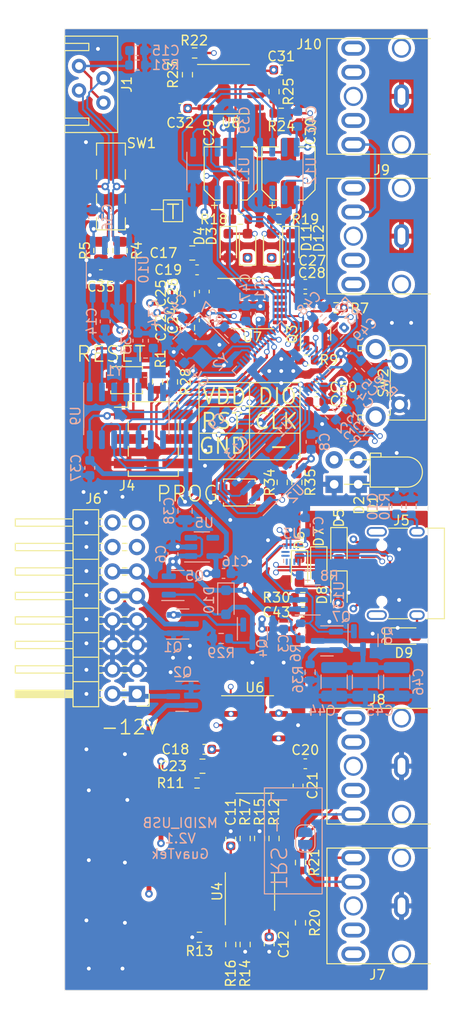
<source format=kicad_pcb>
(kicad_pcb (version 20221018) (generator pcbnew)
  (title_block (title "M2IDI - USB CORE") (date "2023-06-18") (rev "2.1") (company "GuavTek"))
  (layers (0 "F.Cu" signal) (1 "In1.Cu" power) (2 "In2.Cu" mixed) (31 "B.Cu" signal) (34 "B.Paste" user) (35 "F.Paste" user) (36 "B.SilkS" user "B.Silkscreen") (37 "F.SilkS" user "F.Silkscreen") (38 "B.Mask" user) (39 "F.Mask" user) (44 "Edge.Cuts" user))
  (net 0 "")
  (net 1 "GND")
  (net 2 "Net-(U1-VREG_VOUT)")
  (net 3 "+5V")
  (net 4 "VBUS")
  (net 5 "Net-(J6-Pin_11)")
  (net 6 "+VDC")
  (net 7 "-VDC")
  (net 8 "+3V3")
  (net 9 "Net-(D6-A)")
  (net 10 "Net-(J1-Pin_1)")
  (net 11 "Net-(U7-Vref)")
  (net 12 "Net-(U6-NEG)")
  (net 13 "Net-(U6-CP)")
  (net 14 "Net-(U6-CN)")
  (net 15 "Net-(U6-VREG)")
  (net 16 "Net-(D11-A)")
  (net 17 "Net-(C29-Pad2)")
  (net 18 "Net-(C29-Pad1)")
  (net 19 "Net-(C30-Pad2)")
  (net 20 "Net-(C30-Pad1)")
  (net 21 "Net-(D3-A)")
  (net 22 "Net-(U9-OSC2)")
  (net 23 "USB_D+")
  (net 24 "USB_D-")
  (net 25 "SWDIO")
  (net 26 "SWCLK")
  (net 27 "RST")
  (net 28 "Net-(J7-PadT)")
  (net 29 "Net-(J8-PadT)")
  (net 30 "Net-(J9-PadT)")
  (net 31 "Net-(J10-PadT)")
  (net 32 "USB_ID")
  (net 33 "Net-(U9-OSC1)")
  (net 34 "LED1")
  (net 35 "LED2")
  (net 36 "Net-(U1-XIN)")
  (net 37 "Net-(C42-Pad1)")
  (net 38 "Net-(D1-A)")
  (net 39 "Net-(D2-A)")
  (net 40 "Net-(Q3-B)")
  (net 41 "Net-(R16-Pad1)")
  (net 42 "Net-(R17-Pad1)")
  (net 43 "M2IDI-")
  (net 44 "M2IDI+")
  (net 45 "I2S_FS")
  (net 46 "I2S_MCK")
  (net 47 "I2S_DO")
  (net 48 "I2S_DI")
  (net 50 "Net-(J5-CC1)")
  (net 52 "Net-(J5-CC2)")
  (net 54 "Net-(J6-Pin_1)")
  (net 55 "Net-(C35-Pad1)")
  (net 56 "Net-(R4-Pad2)")
  (net 57 "Net-(R5-Pad2)")
  (net 58 "SPI_SCK")
  (net 59 "SPI_MOSI")
  (net 60 "SPI_MISO")
  (net 61 "CAN_INT")
  (net 62 "Net-(J6-Pin_10)")
  (net 64 "CAN_SS")
  (net 65 "SPI2_MISO")
  (net 66 "RAM_SS")
  (net 67 "SPI2_SCK")
  (net 68 "SPI2_MOSI")
  (net 69 "EEPROM_SS")
  (net 70 "IO_BUTT")
  (net 71 "Net-(U1-XOUT)")
  (net 77 "Net-(J7-PadTN)")
  (net 78 "Net-(J8-PadR)")
  (net 83 "Net-(Q3-C)")
  (net 84 "Net-(D10-A)")
  (net 85 "Net-(U4B-+)")
  (net 86 "Net-(U4A-+)")
  (net 87 "Net-(U4A--)")
  (net 88 "Net-(U4B--)")
  (net 89 "Net-(U8A--)")
  (net 90 "Net-(U8B--)")
  (net 93 "/MCU_USB_D+")
  (net 94 "/MCU_USB_D-")
  (net 95 "FLASH_CS")
  (net 105 "Net-(U10-TXD)")
  (net 106 "Net-(U10-RXD)")
  (net 112 "Net-(J10-PadR)")
  (net 115 "FLASH_SD3")
  (net 116 "FLASH_SCK")
  (net 117 "FLASH_SD0")
  (net 118 "FLASH_SD2")
  (net 119 "FLASH_SD1")
  (net 126 "I2S_BCK")
  (net 128 "Net-(SW3-A)")
  (net 129 "Net-(Q6-D)")
  (net 130 "Net-(Q7-S)")
  (net 131 "Net-(U3-VBUS_DET)")
  (footprint "Capacitor_SMD:C_0603_1608Metric" (layer "F.Cu") (at 150.25 174.25 90)
    (fp_text reference "C11")
    (fp_text value "100nF")
  )
  (footprint "Capacitor_SMD:C_0603_1608Metric" (layer "F.Cu") (at 154.25 185.25 90)
    (fp_text reference "C12")
    (fp_text value "100nF")
  )
  (footprint "Capacitor_SMD:C_0805_2012Metric" (layer "F.Cu") (at 146.25 113.5 180)
    (fp_text reference "C17")
    (fp_text value "10µF")
  )
  (footprint "Capacitor_SMD:C_0603_1608Metric" (layer "F.Cu") (at 147.5 165 180)
    (fp_text reference "C18")
    (fp_text value "1µF")
  )
  (footprint "Capacitor_SMD:C_0603_1608Metric" (layer "F.Cu") (at 158 166.5)
    (fp_text reference "C20")
    (fp_text value "1µF")
  )
  (footprint "Capacitor_SMD:C_0603_1608Metric" (layer "F.Cu") (at 157.25 168.75 90)
    (fp_text reference "C21")
    (fp_text value "1µF")
  )
  (footprint "Capacitor_SMD:C_0805_2012Metric" (layer "F.Cu") (at 145.75 121.25 -90)
    (fp_text reference "C22")
    (fp_text value "10µF")
  )
  (footprint "Capacitor_SMD:C_0805_2012Metric" (layer "F.Cu") (at 147.3125 166.75 180)
    (fp_text reference "C23")
    (fp_text value "10µF")
  )
  (footprint "Capacitor_SMD:C_0603_1608Metric" (layer "F.Cu") (at 147.5 120.5 -90)
    (fp_text reference "C24")
    (fp_text value "100nF")
  )
  (footprint "Capacitor_SMD:C_0805_2012Metric" (layer "F.Cu") (at 145.75 117.75 90)
    (fp_text reference "C25")
    (fp_text value "10µF")
  )
  (footprint "Capacitor_SMD:C_0603_1608Metric" (layer "F.Cu") (at 147.5 117.5 90)
    (fp_text reference "C26")
    (fp_text value "100nF")
  )
  (footprint "Capacitor_SMD:C_0603_1608Metric" (layer "F.Cu") (at 158 116.75)
    (fp_text reference "C27")
    (fp_text value "1nF")
  )
  (footprint "Capacitor_SMD:CP_Elec_5x5.8" (layer "F.Cu") (at 150.25 105.25 90)
    (fp_text reference "C29")
    (fp_text value "10µF bi-polar")
  )
  (footprint "Capacitor_SMD:CP_Elec_5x5.8" (layer "F.Cu") (at 156.25 105.25 90)
    (fp_text reference "C30")
    (fp_text value "10µF bi-polar")
  )
  (footprint "Capacitor_SMD:C_0603_1608Metric" (layer "F.Cu") (at 155.5 94.5)
    (fp_text reference "C31")
    (fp_text value "100nF")
  )
  (footprint "Capacitor_SMD:C_0603_1608Metric" (layer "F.Cu") (at 145 98.5)
    (fp_text reference "C32")
    (fp_text value "100nF")
  )
  (footprint "Diode_SMD:D_SOD-323_HandSoldering" (layer "F.Cu") (at 161.5 144 -90)
    (fp_text reference "D5")
    (fp_text value "SD103")
  )
  (footprint "Diode_SMD:D_SOD-323_HandSoldering" (layer "F.Cu") (at 157.4 146.4 -90)
    (fp_text reference "D6")
    (fp_text value "SD103")
  )
  (footprint "Diode_SMD:D_SOD-323_HandSoldering" (layer "F.Cu") (at 159.4 146 -90)
    (fp_text reference "D7")
    (fp_text value "SD103")
  )
  (footprint "Diode_SMD:D_SOD-323_HandSoldering" (layer "F.Cu") (at 161.5 148.5 -90)
    (fp_text reference "D8")
    (fp_text value "SD103")
  )
  (footprint "Diode_SMD:D_SOD-323_HandSoldering" (layer "F.Cu") (at 168.25 153.25)
    (fp_text reference "D9")
    (fp_text value "SD103")
  )
  (footprint "Connector_USB:USB_C_Receptacle_HRO_TYPE-C-31-M-12" (layer "F.Cu") (at 168.56 146.75 90)
    (fp_text reference "J5")
    (fp_text value "USB_C_Receptacle_USB2.0")
  )
  (footprint "Custom_FP:STX3100_Angled_3.5mm" (layer "F.Cu") (at 168 181.25 -90)
    (fp_text reference "J7")
    (fp_text value "AudioJack3_SwitchTR")
  )
  (footprint "Custom_FP:STX3100_Angled_3.5mm" (layer "F.Cu") (at 168 111.75 -90)
    (fp_text reference "J9")
    (fp_text value "AudioJack3_SwitchTR")
  )
  (footprint "Custom_FP:STX3100_Angled_3.5mm" (layer "F.Cu") (at 168 97.25 -90)
    (fp_text reference "J10")
    (fp_text value "AudioJack3_SwitchTR")
  )
  (footprint "Resistor_SMD:R_0603_1608Metric" (layer "F.Cu") (at 142.65 126.875 -90)
    (fp_text reference "R1")
    (fp_text value "NC")
  )
  (footprint "Resistor_SMD:R_0603_1608Metric" (layer "F.Cu") (at 146.75 168.5 180)
    (fp_text reference "R11")
    (fp_text value "220k")
  )
  (footprint "Resistor_SMD:R_0603_1608Metric" (layer "F.Cu") (at 154.75 174.25 90)
    (fp_text reference "R12")
    (fp_text value "100k")
  )
  (footprint "Resistor_SMD:R_0603_1608Metric" (layer "F.Cu") (at 147 184.5 180)
    (fp_text reference "R13")
    (fp_text value "100k")
  )
  (footprint "Resistor_SMD:R_0603_1608Metric" (layer "F.Cu") (at 151.75 185.25 -90)
    (fp_text reference "R14")
    (fp_text value "10k")
  )
  (footprint "Resistor_SMD:R_0603_1608Metric" (layer "F.Cu") (at 153.25 174.25 90)
    (fp_text reference "R15")
    (fp_text value "10k")
  )
  (footprint "Resistor_SMD:R_0603_1608Metric" (layer "F.Cu") (at 150.25 185.25 -90)
    (fp_text reference "R16")
    (fp_text value "27k")
  )
  (footprint "Resistor_SMD:R_0603_1608Metric" (layer "F.Cu") (at 151.75 174.25 90)
    (fp_text reference "R17")
    (fp_text value "27k")
  )
  (footprint "Resistor_SMD:R_0603_1608Metric" (layer "F.Cu") (at 151.25 110)
    (fp_text reference "R18")
    (fp_text value "1k")
  )
  (footprint "Resistor_SMD:R_0603_1608Metric" (layer "F.Cu") (at 155.25 110 180)
    (fp_text reference "R19")
    (fp_text value "1k")
  )
  (footprint "Resistor_SMD:R_0603_1608Metric" (layer "F.Cu") (at 157.5 183 90)
    (fp_text reference "R20")
    (fp_text value "1k")
  )
  (footprint "Resistor_SMD:R_0603_1608Metric" (layer "F.Cu") (at 157.5 176.75 -90)
    (fp_text reference "R21")
    (fp_text value "1k")
  )
  (footprint "Resistor_SMD:R_0603_1608Metric" (layer "F.Cu") (at 146.5 92.75 180)
    (fp_text reference "R22")
    (fp_text value "100k")
  )
  (footprint "Resistor_SMD:R_0603_1608Metric" (layer "F.Cu") (at 145.75 95 90)
    (fp_text reference "R23")
    (fp_text value "30k")
  )
  (footprint "Resistor_SMD:R_0603_1608Metric" (layer "F.Cu") (at 155.5 99 180)
    (fp_text reference "R24")
    (fp_text value "100k")
  )
  (footprint "Resistor_SMD:R_0603_1608Metric" (layer "F.Cu") (at 154.75 96.75 90)
    (fp_text reference "R25")
    (fp_text value "30k")
  )
  (footprint "Package_SO:SOIC-16_3.9x9.9mm_P1.27mm" (layer "F.Cu") (at 152.75 164.5)
    (fp_text reference "U6")
    (fp_text value "ES9023P")
  )
  (footprint "Package_SO:TSSOP-14_4.4x5mm_P0.65mm" (layer "F.Cu") (at 152.5 118.75)
    (fp_text reference "U7")
    (fp_text value "PCM1808")
  )
  (footprint "Capacitor_SMD:C_0603_1608Metric" (layer "F.Cu") (at 158 118.25)
    (fp_text reference "C28")
    (fp_text value "1nF")
  )
  (footprint "Custom_FP:STX3100_Angled_3.5mm" (layer "F.Cu") (at 168 166.75 -90)
    (fp_text reference "J8")
    (fp_text value "AudioJack3_SwitchTR")
  )
  (footprint "LED_THT:LED_D3.0mm_Horizontal_O1.27mm_Z2.0mm" (layer "F.Cu") (at 163.5 137.5 90)
    (fp_text reference "D1")
    (fp_text value "LED")
  )
  (footprint "LED_THT:LED_D3.0mm_Horizontal_O3.81mm_Z2.0mm" (layer "F.Cu") (at 161 137.5 90)
    (fp_text reference "D2")
    (fp_text value "LED")
  )
  (footprint "Capacitor_SMD:C_0603_1608Metric" (layer "F.Cu") (at 159.15 128.925)
    (fp_text reference "C2")
    (fp_text value "100nF")
  )
  (footprint "Package_SO:SO-8_3.9x4.9mm_P1.27mm" (layer "F.Cu") (at 152.25 179.75 90)
    (fp_text reference "U4")
    (fp_text value "TL072")
  )
  (footprint "Custom_FP:SlideDPDT_JS202011" (layer "F.Cu") (at 137.8 106.6 180)
    (fp_text reference "SW1")
    (fp_text value "SW_Push_DPDT")
  )
  (footprint "Custom_FP:MicroMatch_04_Angled" (layer "F.Cu") (at 135.75 96 -90)
    (fp_text reference "J1")
    (fp_text value "Conn_01x04")
  )
  (footprint "Connector_PinHeader_2.54mm:PinHeader_2x08_P2.54mm_Horizontal" (layer "F.Cu") (at 140.5 159.25 180)
    (fp_text reference "J6")
    (fp_text value "Conn_02x08_Odd_Even")
  )
  (footprint "Capacitor_SMD:C_0603_1608Metric" (layer "F.Cu") (at 136.75 115.75 180)
    (fp_text reference "C35")
    (fp_text value "4.7nF")
  )
  (footprint "Resistor_SMD:R_0805_2012Metric" (layer "F.Cu") (at 138.75 113.25 90)
    (fp_text reference "R4")
    (fp_text value "62")
  )
  (footprint "Resistor_SMD:R_0805_2012Metric" (layer "F.Cu") (at 136.75 113.25 90)
    (fp_text reference "R5")
    (fp_text value "62")
  )
  (footprint "Connector_PinHeader_2.54mm:PinHeader_2x03_P2.54mm_Vertical_SMD" (layer "F.Cu") (at 142.2 132.8)
    (fp_text reference "J4")
    (fp_text value "Conn_01x06")
  )
  (footprint "Capacitor_SMD:C_0603_1608Metric" (layer "F.Cu") (at 146.75 115.25 180)
    (fp_text reference "C19")
    (fp_text value "100nF")
  )
  (footprint "Package_SO:SO-8_3.9x4.9mm_P1.27mm" (layer "F.Cu") (at 150.25 96.5)
    (fp_text reference "U8")
    (fp_text value "TL072")
  )
  (footprint "Resistor_SMD:R_0603_1608Metric" (layer "F.Cu") (at 144.2 126.875 -90)
    (fp_text reference "R28")
    (fp_text value "1k")
  )
  (footprint "Diode_SMD:D_SOD-323_HandSoldering" (layer "F.Cu") (at 152 112.75 90)
    (fp_text reference "D3")
    (fp_text value "SD103")
  )
  (footprint "Diode_SMD:D_SOD-323_HandSoldering" (layer "F.Cu") (at 150 112.75 -90)
    (fp_text reference "D4")
    (fp_text value "SD103")
  )
  (footprint "Diode_SMD:D_SOD-323_HandSoldering" (layer "F.Cu") (at 154.5 112.75 90)
    (fp_text reference "D11")
    (fp_text value "SD103")
  )
  (footprint "Diode_SMD:D_SOD-323_HandSoldering" (layer "F.Cu") (at 156.5 112.75 -90)
    (fp_text reference "D12")
    (fp_text value "SD103")
  )
  (footprint "Button_Switch_THT:SW_Tactile_SPST_Angled_PTS645Vx58-2LFS" (layer "F.Cu") (at 167.8 124.725 -90)
    (fp_text reference "SW2")
    (fp_text value "SW_SPST")
  )
  (footprint "Button_Switch_SMD:SW_SPST_B3U-1000P" (layer "F.Cu") (at 139.425 126.7 180)
    (fp_text reference "SW4" hide)
    (fp_text value "SW_SPST")
  )
  (footprint "Resistor_SMD:R_0603_1608Metric" (layer "F.Cu") (at 155.6 137.3 90)
    (fp_text reference "R34")
    (fp_text value "1k")
  )
  (footprint "Resistor_SMD:R_0603_1608Metric" (layer "F.Cu") (at 157.125 137.3 -90)
    (fp_text reference "R35")
    (fp_text value "NC")
  )
  (footprint "Package_TO_SOT_SMD:SOT-23" (layer "F.Cu") (at 159.075 121.9 90)
    (fp_text reference "Q3")
    (fp_text value "MMBT3904")
  )
  (footprint "Resistor_SMD:R_0603_1608Metric" (layer "F.Cu") (at 157.75 149.25 180)
    (fp_text reference "R30")
    (fp_text value "100k")
  )
  (footprint "Capacitor_SMD:C_0603_1608Metric" (layer "F.Cu") (at 157.75 150.75 180)
    (fp_text reference "C43")
    (fp_text value "1µF")
  )
  (footprint "Button_Switch_SMD:SW_SPST_B3U-1000P" (layer "F.Cu") (at 151.15 138.35 180)
    (fp_text reference "SW3" hide)
    (fp_text value "SW_SPST")
  )
  (footprint "Capacitor_SMD:C_0603_1608Metric" (layer "F.Cu") (at 159.15 127.425)
    (fp_text reference "C50")
    (fp_text value "100nF")
  )
  (footprint "Resistor_SMD:R_0603_1608Metric" (layer "F.Cu") (at 161.2 119.175)
    (fp_text reference "R7")
    (fp_text value "100k")
  )
  (footprint "Resistor_SMD:R_0603_1608Metric" (layer "F.Cu") (at 158.15 124.6 180)
    (fp_text reference "R9")
    (fp_text value "100k")
  )
  (footprint "Capacitor_SMD:C_0603_1608Metric" (layer "B.Cu") (at 158 141.75 90)
    (fp_text reference "C7")
    (fp_text value "100nF")
  )
  (footprint "Capacitor_SMD:C_0603_1608Metric" (layer "B.Cu") (at 167.5 139.8 90)
    (fp_text reference "C10")
    (fp_text value "4.7nF")
  )
  (footprint "Capacitor_SMD:C_0603_1608Metric" (layer "B.Cu") (at 149.5 146.75)
    (fp_text reference "C16")
    (fp_text value "1µF")
  )
  (footprint "Diode_SMD:D_SOD-323_HandSoldering" (layer "B.Cu") (at 149.75 149.75 -90)
    (fp_text reference "D10")
    (fp_text value "SD103")
  )
  (footprint "Resistor_SMD:R_0603_1608Metric" (layer "B.Cu") (at 160.375 120.725 45)
    (fp_text reference "R2")
    (fp_text value "470")
  )
  (footprint "Resistor_SMD:R_0603_1608Metric" (layer "B.Cu") (at 157.5 152.75 90)
    (fp_text reference "R6")
    (fp_text value "100k")
  )
  (footprint "Resistor_SMD:R_0603_1608Metric" (layer "B.Cu") (at 169 139.8 90)
    (fp_text reference "R10")
    (fp_text value "1M")
  )
  (footprint "Package_TO_SOT_SMD:SOT-23-5" (layer "B.Cu") (at 147.25 144)
    (fp_text reference "U5")
    (fp_text value "MIC5504-3.3YM5")
  )
  (footprint "Resistor_SMD:R_0603_1608Metric" (layer "B.Cu") (at 161.45 121.825 45)
    (fp_text reference "R3")
    (fp_text value "470")
  )
  (footprint "Capacitor_SMD:C_0603_1608Metric" (layer "B.Cu") (at 162.9 125.9 -45)
    (fp_text reference "C5")
    (fp_text value "1µF")
  )
  (footprint "Capacitor_SMD:C_0603_1608Metric" (layer "B.Cu") (at 162.3 127.5 -45)
    (fp_text reference "C4")
    (fp_text value "1µF")
  )
  (footprint "Capacitor_SMD:C_0603_1608Metric" (layer "B.Cu") (at 137.2 120.6 -90)
    (fp_text reference "C14")
    (fp_text value "1µF")
  )
  (footprint "Capacitor_SMD:C_0603_1608Metric" (layer "B.Cu") (at 140.5 92.5)
    (fp_text reference "C15")
    (fp_text value "4.7nF")
  )
  (footprint "Resistor_SMD:R_0603_1608Metric" (layer "B.Cu") (at 140.5 94)
    (fp_text reference "R31")
    (fp_text value "1M")
  )
  (footprint "Capacitor_SMD:C_0603_1608Metric" (layer "B.Cu") (at 140.6 122.6 90)
    (fp_text reference "C33")
    (fp_text value "12pF")
  )
  (footprint "Capacitor_SMD:C_0603_1608Metric" (layer "B.Cu") (at 142.2 122.6 90)
    (fp_text reference "C34")
    (fp_text value "12pF")
  )
  (footprint "Capacitor_SMD:C_0603_1608Metric" (layer "B.Cu") (at 136 109.8 90)
    (fp_text reference "C36")
    (fp_text value "100nF")
  )
  (footprint "Capacitor_SMD:C_0603_1608Metric" (layer "B.Cu") (at 135.6 135.8 -90)
    (fp_text reference "C37")
    (fp_text value "100nF")
  )
  (footprint "Package_SO:SOIC-14_3.9x8.7mm_P1.27mm" (layer "B.Cu") (at 139.4 130.4 -90)
    (fp_text reference "U9")
    (fp_text value "MCP2517FD-xSL")
  )
  (footprint "Package_SO:SOIC-8_3.9x4.9mm_P1.27mm" (layer "B.Cu") (at 137.8 115.2 90)
    (fp_text reference "U10")
    (fp_text value "MCP2562FD-ESN")
  )
  (footprint "Custom_FP:Crystal_2pin_2.0x2.5mm" (layer "B.Cu") (at 141.4 125.4)
    (fp_text reference "Y1")
    (fp_text value "20MHz")
  )
  (footprint "Capacitor_SMD:C_0805_2012Metric" (layer "B.Cu") (at 145.5 140.25 -90)
    (fp_text reference "C38")
    (fp_text value "10µF")
  )
  (footprint "Capacitor_SMD:C_0603_1608Metric" (layer "B.Cu") (at 153.325 119.8 90)
    (fp_text reference "C1")
    (fp_text value "100nF")
  )
  (footprint "Capacitor_SMD:C_0603_1608Metric" (layer "B.Cu") (at 150.25 99.725 90)
    (fp_text reference "C39")
    (fp_text value "100nF")
  )
  (footprint "Capacitor_SMD:C_0603_1608Metric" (layer "B.Cu") (at 157.2 99.6 90)
    (fp_text reference "C40")
    (fp_text value "100nF")
  )
  (footprint "Package_SO:SOIC-8_3.9x4.9mm_P1.27mm" (layer "B.Cu") (at 148.25 105 90)
    (fp_text reference "U11")
    (fp_text value "CAT250640VI")
  )
  (footprint "Package_SO:SOIC-8_3.9x4.9mm_P1.27mm" (layer "B.Cu") (at 155.2 105 90)
    (fp_text reference "U12")
    (fp_text value "APS1604M")
  )
  (footprint "Resistor_SMD:R_0603_1608Metric" (layer "B.Cu") (at 164.375 125.275 -45)
    (fp_text reference "R26")
    (fp_text value "10k")
  )
  (footprint "Capacitor_SMD:C_0603_1608Metric" (layer "B.Cu") (at 159.3 119.65 45)
    (fp_text reference "C48")
    (fp_text value "100nF")
  )
  (footprint "Package_TO_SOT_SMD:SOT-23" (layer "B.Cu") (at 164 153.6875 -90)
    (fp_text reference "Q6")
    (fp_text value "ZXMP3A13")
  )
  (footprint "Capacitor_SMD:C_0603_1608Metric" (layer "B.Cu") (at 151.825 119.8 90)
    (fp_text reference "C47")
    (fp_text value "100nF")
  )
  (footprint "Capacitor_SMD:C_0603_1608Metric" (layer "B.Cu") (at 150.4 129.4 -135)
    (fp_text reference "C9")
    (fp_text value "100nF")
  )
  (footprint "Capacitor_SMD:C_0603_1608Metric" (layer "B.Cu") (at 155.75 151.75 -90)
    (fp_text reference "C3")
    (fp_text value "1µF")
  )
  (footprint "Resistor_SMD:R_0603_1608Metric" (layer "B.Cu") (at 161.7 129.1 135)
    (fp_text reference "R33")
    (fp_text value "27.4")
  )
  (footprint "Package_TO_SOT_SMD:SOT-23" (layer "B.Cu") (at 160.25 153.75 180)
    (fp_text reference "Q7")
    (fp_text value "PMV88ENER")
  )
  (footprint "Package_TO_SOT_SMD:SOT-23" (layer "B.Cu") (at 145.1875 159.5 180)
    (fp_text reference "Q2")
    (fp_text value "PMV88ENER")
  )
  (footprint "Capacitor_SMD:C_1210_3225Metric" (layer "B.Cu") (at 161 158 -90)
    (fp_text reference "C44")
    (fp_text value "47µF")
  )
  (footprint "Resistor_SMD:R_0603_1608Metric" (layer "B.Cu") (at 150.15 121.75 -45)
    (fp_text reference "R27")
    (fp_text value "1k")
  )
  (footprint "Jumper:SolderJumper-2_P1.3mm_Open_RoundedPad1.0x1.5mm" (layer "B.Cu") (at 158 174.25 90)
    (fp_text reference "NT1" hide)
    (fp_text value "NetTie_2")
  )
  (footprint "Package_DFN_QFN:Texas_X2QFN-12_1.6x1.6mm_P0.4mm" (layer "B.Cu") (at 156.664 144.717 180)
    (fp_text reference "U3")
    (fp_text value "TUSB321")
  )
  (footprint "Capacitor_SMD:C_0603_1608Metric" (layer "B.Cu") (at 162.25 123.375 45)
    (fp_text reference "C49")
    (fp_text value "100nF")
  )
  (footprint "Package_TO_SOT_SMD:SOT-23" (layer "B.Cu") (at 145.25 152)
    (fp_text reference "Q1")
    (fp_text value "ZXMP3A13")
  )
  (footprint "Capacitor_SMD:C_1210_3225Metric" (layer "B.Cu") (at 167.5 158 -90)
    (fp_text reference "C46")
    (fp_text value "47µF")
  )
  (footprint "Capacitor_SMD:C_1210_3225Metric" (layer "B.Cu") (at 164.25 158 -90)
    (fp_text reference "C45")
    (fp_text value "47µF")
  )
  (footprint "Resistor_SMD:R_0603_1608Metric" (layer "B.Cu") (at 158.242 146.939)
    (fp_text reference "R8")
    (fp_text value "910k")
  )
  (footprint "Capacitor_SMD:C_0603_1608Metric" (layer "B.Cu") (at 144.85 124.35 135)
    (fp_text reference "C41")
    (fp_text value "27pF")
  )
  (footprint "Capacitor_SMD:C_0603_1608Metric" (layer "B.Cu") (at 152.8 131.7 -135)
    (fp_text reference "C13")
    (fp_text value "100nF")
  )
  (footprint "Package_DFN_QFN:QFN-56-1EP_7x7mm_P0.4mm_EP3.2x3.2mm" (layer "B.Cu") (at 155.5 125.7 45)
    (fp_text reference "U1")
    (fp_text value "RP2040")
  )
  (footprint "Resistor_SMD:R_0603_1608Metric" (layer "B.Cu") (at 158.5 157 -90)
    (fp_text reference "R36")
    (fp_text value "470")
  )
  (footprint "Package_TO_SOT_SMD:SOT-23" (layer "B.Cu") (at 152.5 153 -90)
    (fp_text reference "Q4")
    (fp_text value "ZXMP3A13")
  )
  (footprint "Resistor_SMD:R_0603_1608Metric" (layer "B.Cu") (at 149.25 153.5 180)
    (fp_text reference "R29")
    (fp_text value "100k")
  )
  (footprint "Capacitor_SMD:C_0603_1608Metric" (layer "B.Cu") (at 158.6 133.1 90)
    (fp_text reference "C8")
    (fp_text value "100nF")
  )
  (footprint "Package_TO_SOT_SMD:SOT-23" (layer "B.Cu") (at 144.75 148)
    (fp_text reference "Q5")
    (fp_text value "ZXMP3A13")
  )
  (footprint "Custom_FP:Crystal_SMD_3225-4Pin_3.2x2.5mm_HandSoldering" (layer "B.Cu") (at 147.15 122.8 -45)
    (fp_text reference "Y2")
    (fp_text value "ECS-120-18-33-JGN-TR3")
  )
  (footprint "Capacitor_SMD:C_0603_1608Metric" (layer "B.Cu") (at 144.25 144.75 90)
    (fp_text reference "C6")
    (fp_text value "1µF")
  )
  (footprint "Package_SO:SOIC-8_3.9x4.9mm_P1.27mm" (layer "B.Cu") (at 154.25 136.5 45)
    (fp_text reference "U2")
    (fp_text value "IS25LP032D")
  )
  (footprint "Resistor_SMD:R_0603_1608Metric" (layer "B.Cu") (at 160.6 130.2 135)
    (fp_text reference locked "R32")
    (fp_text value "27.4")
  )
  (footprint "Capacitor_SMD:C_0603_1608Metric" (layer "B.Cu") (at 144.65 120.75 -135)
    (fp_text reference "C42")
    (fp_text value "27pF")
  )
  (footprint "Package_TO_SOT_SMD:SOT-23-5" (layer "B.Cu") (at 158.75 149.5)
    (fp_text reference "U13")
    (fp_text value "MIC2005A-2YM5")
  )
  (gr_rect (start 153.75 169) (end 159.75 180) (stroke (width 0.12)) (fill none) (layer "B.SilkS"))
  (gr_line (start 143.25 110.25) (end 143.25 109) (stroke (width 0.12)) (layer "F.SilkS"))
  (gr_line (start 143.25 109) (end 143.25 108) (stroke (width 0.12)) (layer "F.SilkS"))
  (gr_line (start 145.25 110.25) (end 143.25 110.25) (stroke (width 0.12)) (layer "F.SilkS"))
  (gr_line (start 157.45 126.95) (end 157.45 134.95) (stroke (width 0.12)) (layer "F.SilkS"))
  (gr_line (start 145.25 108) (end 145.25 110.25) (stroke (width 0.12)) (layer "F.SilkS"))
  (gr_line (start 157.45 134.95) (end 152.2 134.95) (stroke (width 0.12)) (layer "F.SilkS"))
  (gr_line (start 146.95 132.2) (end 157.45 132.2) (stroke (width 0.12)) (layer "F.SilkS"))
  (gr_line (start 142 109) (end 143.25 109) (stroke (width 0.12)) (layer "F.SilkS"))
  (gr_line (start 152.2 126.95) (end 157.45 126.95) (stroke (width 0.12)) (layer "F.SilkS"))
  (gr_line (start 146.95 129.45) (end 157.45 129.45) (stroke (width 0.12)) (layer "F.SilkS"))
  (gr_line (start 143.25 108) (end 145.25 108) (stroke (width 0.12)) (layer "F.SilkS"))
  (gr_line (start 152.2 134.95) (end 152.2 126.95) (stroke (width 0.12)) (layer "F.SilkS"))
  (gr_line (start 146.95 126.95) (end 146.95 134.95) (stroke (width 0.12)) (layer "F.SilkS"))
  (gr_line (start 146.95 134.95) (end 152.2 134.95) (stroke (width 0.12)) (layer "F.SilkS"))
  (gr_line (start 152.2 126.95) (end 146.95 126.95) (stroke (width 0.12)) (layer "F.SilkS"))
  (gr_line (start 170.75 90.25) (end 133 90.25) (stroke (width 0.05)) (layer "Edge.Cuts"))
  (gr_line (start 170.75 190) (end 170.75 90.25) (stroke (width 0.05)) (layer "Edge.Cuts"))
  (gr_line (start 133 90.25) (end 133 190) (stroke (width 0.05)) (layer "Edge.Cuts"))
  (gr_line (start 170.75 190) (end 133 190) (stroke (width 0.05)) (layer "Edge.Cuts"))
  (gr_text "M2IDI_USB\nV2.1\nGuavTek" (at 145 174.25) (layer "B.SilkS") (effects (font (size 1 1)) (justify mirror)))
  (gr_text "TRS - L" (at 154.25 179.5 -90) (layer "B.SilkS") (effects (font (size 1.6 1.6)) (justify left bottom mirror)))
  (gr_text "RESET" (at 134.1 124.925) (layer "F.SilkS") (effects (font (size 1.6 1.6)) (justify left bottom)))
  (gr_text "PROG" (at 142.4 139.425) (layer "F.SilkS") (effects (font (size 1.6 1.6)) (justify left bottom)))
  (gr_text "VDD DIO\nRST CLK\nGND  - " (at 152.2 130.95) (layer "F.SilkS") (effects (font (size 1.6 1.6) (thickness 0.2))))
  (gr_text "-12V" (at 139.75 162.7) (layer "F.SilkS") (effects (font (size 1.5 1.5))))
  (gr_text "T" (at 144.25 109.25) (layer "F.SilkS") (effects (font (size 1.5 2))))
  (segment (start 158.7875 118.25) (end 158.75 118.25) (width 0.25) (layer "F.Cu") (net 1))
  (segment (start 152.95 119.4) (end 149.6375 119.4) (width 0.25) (layer "F.Cu") (net 1))
  (segment (start 145.75 115.4625) (end 145.9625 115.25) (width 0.5) (layer "F.Cu") (net 1))
  (segment (start 163.3 143.5) (end 163 143.2) (width 0.25) (layer "F.Cu") (net 1))
  (segment (start 145.75 116.8125) (end 147.4 116.8125) (width 0.5) (layer "F.Cu") (net 1))
  (segment (start 145.975 115.25) (end 145.975 114.175) (width 0.5) (layer "F.Cu") (net 1))
  (segment (start 149.6375 117.45) (end 148.225 117.45) (width 0.25) (layer "F.Cu") (net 1))
  (segment (start 147.4 116.8125) (end 147.5 116.7125) (width 0.5) (layer "F.Cu") (net 1))
  (segment (start 147.5 121.2875) (end 146.65 121.2875) (width 0.5) (layer "F.Cu") (net 1))
  (segment (start 163.4 150) (end 163 150.4) (width 0.25) (layer "F.Cu") (net 1))
  (segment (start 164.515 150) (end 163.4 150) (width 0.25) (layer "F.Cu") (net 1))
  (segment (start 149.6375 117.45) (end 151.45 117.45) (width 0.25) (layer "F.Cu") (net 1))
  (segment (start 148.225 117.45) (end 147.5 116.725) (width 0.25) (layer "F.Cu") (net 1))
  (segment (start 145.975 114.175) (end 145.3 113.5) (width 0.5) (layer "F.Cu") (net 1))
  (segment (start 146.65 121.2875) (end 145.75 122.1875) (width 0.5) (layer "F.Cu") (net 1))
  (segment (start 164.515 143.5) (end 163.3 143.5) (width 0.25) (layer "F.Cu") (net 1))
  (segment (start 153.325 119.025) (end 152.95 119.4) (width 0.25) (layer "F.Cu") (net 1))
  (segment (start 145.75 116.8125) (end 145.75 115.4625) (width 0.5) (layer "F.Cu") (net 1))
  (segment (start 139.675 138.125) (end 139 138.8) (width 0.25) (layer "F.Cu") (net 1))
  (segment (start 139.675 135.34) (end 139.675 138.125) (width 0.25) (layer "F.Cu") (net 1))
  (via (at 135.25 182.75) (size 0.8) (drill 0.4) (layers "F.Cu" "B.Cu") (net 1))
  (via (at 135.25 156.75) (size 0.8) (drill 0.4) (layers "F.Cu" "B.Cu") (net 1))
  (via (at 135.25 165) (size 0.8) (drill 0.4) (layers "F.Cu" "B.Cu") (net 1))
  (via (at 151.75 186) (size 0.8) (drill 0.4) (layers "F.Cu" "B.Cu") (net 1))
  (via (at 154.25 186) (size 0.8) (drill 0.4) (layers "F.Cu" "B.Cu") (net 1))
  (via (at 156.75 125.75) (size 0.8) (drill 0.4) (layers "F.Cu" "B.Cu") (net 1))
  (via (at 135.25 159.25) (size 0.8) (drill 0.4) (layers "F.Cu" "B.Cu") (net 1))
  (via (at 155.5 124.5) (size 0.8) (drill 0.4) (layers "F.Cu" "B.Cu") (net 1))
  (via (at 148.15 139.4) (size 0.8) (drill 0.4) (layers "F.Cu" "B.Cu") (net 1))
  (via (at 147.575 135.575) (size 0.8) (drill 0.4) (layers "F.Cu" "B.Cu") (net 1))
  (via (at 144.325 123.775) (size 0.8) (drill 0.4) (layers "F.Cu" "B.Cu") (net 1))
  (via (at 146.25 184.5) (size 0.8) (drill 0.4) (layers "F.Cu" "B.Cu") (net 1))
  (via (at 135.5 169.25) (size 0.8) (drill 0.4) (layers "F.Cu" "B.Cu") (net 1))
  (via (at 146 155.5) (size 0.8) (drill 0.4) (layers "F.Cu" "B.Cu") (net 1))
  (via (at 135.25 146.5) (size 0.8) (drill 0.4) (layers "F.Cu" "B.Cu") (net 1))
  (via (at 167.5 138) (size 0.8) (drill 0.4) (layers "F.Cu" "B.Cu") (net 1))
  (via (at 169 120.75) (size 0.8) (drill 0.4) (layers "F.Cu" "B.Cu") (net 1))
  (via (at 135.2 102) (size 0.8) (drill 0.4) (layers "F.Cu" "B.Cu") (net 1))
  (via (at 134.95 138.3) (size 0.8) (drill 0.4) (layers "F.Cu" "B.Cu") (net 1))
  (via (at 138.25 124.75) (size 0.8) (drill 0.4) (layers "F.Cu" "B.Cu") (net 1))
  (via (at 154.125 143.3) (size 0.8) (drill 0.4) (layers "F.Cu" "B.Cu") (net 1))
  (via (at 154.25 125.75) (size 0.8) (drill 0.4) (layers "F.Cu" "B.Cu") (net 1))
  (via (at 159.75 131.25) (size 0.8) (drill 0.4) (layers "F.Cu" "B.Cu") (net 1))
  (via (at 139 138.8) (size 0.8) (drill 0.4) (layers "F.Cu" "B.Cu") (net 1))
  (via (at 157.25 162.5) (size 0.8) (drill 0.4) (layers "F.Cu" "B.Cu") (net 1))
  (via (at 153.25 173.5) (size 0.8) (drill 0.4) (layers "F.Cu" "B.Cu") (net 1))
  (via (at 167 120.75) (size 0.8) (drill 0.4) (layers "F.Cu" "B.Cu") (net 1))
  (via (at 135.25 114.25) (size 0.8) (drill 0.4) (layers "F.Cu" "B.Cu") (net 1))
  (via (at 135.25 149) (size 0.8) (drill 0.4) (layers "F.Cu" "B.Cu") (net 1))
  (via (at 152.5 156) (size 0.8) (drill 0.4) (layers "F.Cu" "B.Cu") (net 1))
  (via (at 139.5 110.75) (size 0.8) (drill 0.4) (layers "F.Cu" "B.Cu") (net 1))
  (via (at 149.075 123.025) (size 0.8) (drill 0.4) (layers "F.Cu" "B.Cu") (net 1))
  (via (at 144.25 155.5) (size 0.8) (drill 0.4) (layers "F.Cu" "B.Cu") (net 1))
  (via (at 135.5 187.75) (size 0.8) (drill 0.4) (layers "F.Cu" "B.Cu") (net 1))
  (via (at 163 143.2) (size 0.8) (drill 0.4) (layers "F.Cu" "B.Cu") (net 1))
  (via (at 139.25 165.5) (size 0.8) (drill 0.4) (layers "F.Cu" "B.Cu") (net 1))
  (via (at 135.6 115.79999) (size 0.8) (drill 0.4) (layers "F.Cu" "B.Cu") (net 1))
  (via (at 156.464 142.24) (size 0.6) (drill 0.4) (layers "F.Cu" "B.Cu") (net 1))
  (via (at 139.25 183) (size 0.8) (drill 0.4) (layers "F.Cu" "B.Cu") (net 1))
  (via (at 147.475 131.925) (size 0.8) (drill 0.4) (layers "F.Cu" "B.Cu") (net 1))
  (via (at 135.25 141.5) (size 0.8) (drill 0.4) (layers "F.Cu" "B.Cu") (net 1))
  (via (at 153.325 119.025) (size 0.8) (drill 0.4) (layers "F.Cu" "B.Cu") (net 1))
  (via (at 144 157) (size 0.8) (drill 0.4) (layers "F.Cu" "B.Cu") (net 1))
  (via (at 137.25 138.325) (size 0.8) (drill 0.4) (layers "F.Cu" "B.Cu") (net 1))
  (via (at 167.5 134.25) (size 0.8) (drill 0.4) (layers "F.Cu" "B.Cu") (net 1))
  (via (at 135.25 154) (size 0.8) (drill 0.4) (layers "F.Cu" "B.Cu") (net 1))
  (via (at 151.1 137) (size 0.8) (drill 0.4) (layers "F.Cu" "B.Cu") (net 1))
  (via (at 139.5 170.25) (size 0.8) (drill 0.4) (layers "F.Cu" "B.Cu") (net 1))
  (via (at 146.325 125.725) (size 0.8) (drill 0.4) (layers "F.Cu" "B.Cu") (net 1))
  (via (at 136.45 92.325) (size 0.8) (drill 0.4) (layers "F.Cu" "B.Cu") (net 1))
  (via (at 155.75 156) (size 0.8) (drill 0.4) (layers "F.Cu" "B.Cu") (net 1))
  (via (at 165 120.75) (size 0.8) (drill 0.4) (layers "F.Cu" "B.Cu") (net 1))
  (via (at 149.55 125.15) (size 0.6) (drill 0.4) (layers "F.Cu" "B.Cu") (net 1))
  (via (at 144.75 143.975) (size 0.8) (drill 0.4) (layers "F.Cu" "B.Cu") (net 1))
  (via (at 163 150.4) (size 0.8) (drill 0.4) (layers "F.Cu" "B.Cu") (net 1))
  (via (at 154.25 149) (size 0.8) (drill 0.4) (layers "F.Cu" "B.Cu") (net 1))
  (via (at 147.6 134) (size 0.8) (drill 0.4) (layers "F.Cu" "B.Cu") (net 1))
  (via (at 135.25 144) (size 0.8) (drill 0.4) (layers "F.Cu" "B.Cu") (net 1))
  (via (at 150.25 173.5) (size 0.8) (drill 0.4) (layers "F.Cu" "B.Cu") (net 1))
  (via (at 144.1 121.3) (size 0.8) (drill 0.4) (layers "F.Cu" "B.Cu") (net 1))
  (via (at 139 187.75) (size 0.8) (drill 0.4) (layers "F.Cu" "B.Cu") (net 1))
  (via (at 135.25 151.5) (size 0.8) (drill 0.4) (layers "F.Cu" "B.Cu") (net 1))
  (via (at 155.5 127) (size 0.8) (drill 0.4) (layers "F.Cu" "B.Cu") (net 1))
  (via (at 146 154.25) (size 0.8) (drill 0.4) (layers "F.Cu" "B.Cu") (net 1))
  (via (at 139.25 176.75) (size 0.8) (drill 0.4) (layers "F.Cu" "B.Cu") (net 1))
  (via (at 150.2 141.2) (size 0.8) (drill 0.4) (layers "F.Cu" "B.Cu") (net 1))
  (via (at 135.5 176.5) (size 0.8) (drill 0.4) (layers "F.Cu" "B.Cu") (net 1))
  (via (at 152.25 145.5) (size 0.8) (drill 0.4) (layers "F.Cu" "B.Cu") (net 1))
  (via (at 155.5 125.75) (size 0.8) (drill 0.4) (layers "F.Cu" "B.Cu") (net 1))
  (segment (start 144.325 123.775) (end 144.380241 123.801992) (width 0.5) (layer "B.Cu") (net 1))
  (segment (start 152.362214 123.976427) (end 153.185787 124.8) (width 0.2) (layer "B.Cu") (net 1))
  (segment (start 151.985696 123.599911) (end 151.400089 123.599911) (width 0.2) (layer "B.Cu") (net 1))
  (segment (start 145.541332 122.640901) (end 145.700431 122.8) (width 0.5) (layer "B.Cu") (net 1))
  (segment (start 151.400089 123.599911) (end 149.85 125.15) (width 0.2) (layer "B.Cu") (net 1))
  (segment (start 146.4 144) (end 144.775 144) (width 0.5) (layer "B.Cu") (net 1))
  (segment (start 152.362214 123.976427) (end 151.985696 123.599911) (width 0.2) (layer "B.Cu") (net 1))
  (segment (start 156.464 142.748) (end 156.464 142.24) (width 0.2) (layer "B.Cu") (net 1))
  (segment (start 138.435 115.835) (end 137.8 115.2) (width 0.25) (layer "B.Cu") (net 1))
  (segment (start 144.380241 123.801992) (end 145.541332 122.640901) (width 0.5) (layer "B.Cu") (net 1))
  (segment (start 149.075 123.025) (end 148.758668 122.959099) (width 0.5) (layer "B.Cu") (net 1))
  (segment (start 156.464 143.892) (end 156.464 142.748) (width 0.2) (layer "B.Cu") (net 1))
  (segment (start 148.599569 122.8) (end 149.075 123.025) (width 0.5) (layer "B.Cu") (net 1))
  (segment (start 138.435 117.825) (end 138.435 115.835) (width 0.25) (layer "B.Cu") (net 1))
  (segment (start 145.700431 122.8) (end 148.599569 122.8) (width 0.5) (layer "B.Cu") (net 1))
  (segment (start 144.775 144) (end 144.75 143.975) (width 0.5) (layer "B.Cu") (net 1))
  (segment (start 149.85 125.15) (end 149.55 125.15) (width 0.2) (layer "B.Cu") (net 1))
  (segment (start 140.6 121.825) (end 142.2 121.825) (width 0.5) (layer "B.Cu") (net 1))
  (segment (start 144.301992 123.801992) (end 144.325 123.775) (width 0.5) (layer "B.Cu") (net 1))
  (segment (start 157.2 127.75) (end 158.375 128.925) (width 0.2) (layer "F.Cu") (net 2))
  (segment (start 158.375 128.925) (end 159.225 129.775) (width 0.2) (layer "F.Cu") (net 2))
  (segment (start 161.15 129.775) (end 161.751992 129.173008) (width 0.2) (layer "F.Cu") (net 2))
  (segment (start 159.225 129.775) (end 161.15 129.775) (width 0.2) (layer "F.Cu") (net 2))
  (segment (start 156.9 127.75) (end 157.2 127.75) (width 0.2) (layer "F.Cu") (net 2))
  (segment (start 161.751992 129.173008) (end 161.751992 126.951992) (width 0.2) (layer "F.Cu") (net 2))
  (via (at 153.15 120.4) (size 0.6) (drill 0.4) (layers "F.Cu" "B.Cu") (net 2))
  (via (at 161.751992 126.951992) (size 0.6) (drill 0.4) (layers "F.Cu" "B.Cu") (net 2))
  (via (at 156.9 127.75) (size 0.6) (drill 0.4) (layers "F.Cu" "B.Cu") (net 2))
  (segment (start 156.9 127.75) (end 157.267157 127.75) (width 0.2) (layer "B.Cu") (net 2))
  (segment (start 157.267157 127.75) (end 157.789258 128.272101) (width 0.2) (layer "B.Cu") (net 2))
  (segment (start 160.648008 126.951992) (end 160.3 127.3) (width 0.2) (layer "B.Cu") (net 2))
  (segment (start 152.975 120.575) (end 153.15 120.4) (width 0.2) (layer "B.Cu") (net 2))
  (segment (start 153.493585 122.845056) (end 152.975 122.326471) (width 0.2) (layer "B.Cu") (net 2))
  (segment (start 152.975 122.326471) (end 152.975 120.575) (width 0.2) (layer "B.Cu") (net 2))
  (segment (start 161.751992 126.951992) (end 160.648008 126.951992) (width 0.2) (layer "B.Cu") (net 2))
  (segment (start 159.645585 127.3) (end 159.203472 126.857887) (width 0.2) (layer "B.Cu") (net 2))
  (segment (start 160.3 127.3) (end 159.645585 127.3) (width 0.2) (layer "B.Cu") (net 2))
  (segment (start 145.75 118.7) (end 144.15 118.7) (width 0.5) (layer "F.Cu") (net 3))
  (segment (start 147.5 118.275) (end 146.175 118.275) (width 0.25) (layer "F.Cu") (net 3))
  (segment (start 151.702082 147.797918) (end 151.702082 148.5) (width 0.25) (layer "F.Cu") (net 3))
  (segment (start 144.15 118.7) (end 141.862 118.7) (width 0.5) (layer "F.Cu") (net 3))
  (segment (start 155.736 143.764) (end 151.702082 147.797918) (width 0.25) (layer "F.Cu") (net 3))
  (segment (start 147.6875 118.1) (end 149.6375 118.1) (width 0.25) (layer "F.Cu") (net 3))
  (segment (start 158 143.764) (end 155.736 143.764) (width 0.25) (layer "F.Cu") (net 3))
  (segment (start 141.862 118.7) (end 141.8495 118.6875) (width 0.5) (layer "F.Cu") (net 3))
  (segment (start 146.175 118.275) (end 145.75 118.7) (width 0.25) (layer "F.Cu") (net 3))
  (segment (start 144.15 117) (end 144.15 118.7) (width 0.25) (layer "F.Cu") (net 3))
  (via (at 144.15 117) (size 0.8) (drill 0.4) (layers "F.Cu" "B.Cu") (net 3))
  (via (at 138.75 121.5) (size 0.8) (drill 0.4) (layers "F.Cu" "B.Cu") (net 3))
  (via (at 152 114) (size 0.8) (drill 0.4) (layers "F.Cu" "B.Cu") (net 3))
  (via (at 154.5 114) (size 0.8) (drill 0.4) (layers "F.Cu" "B.Cu") (net 3))
  (via (at 158 143.764) (size 0.6) (drill 0.4) (layers "F.Cu" "B.Cu") (net 3))
  (via (at 144.25 145.525) (size 0.8) (drill 0.4) (layers "F.Cu" "B.Cu") (net 3))
  (via (at 151.702082 148.5) (size 0.8) (drill 0.4) (layers "F.Cu" "B.Cu") (net 3))
  (via (at 141.8495 118.6875) (size 0.8) (drill 0.4) (layers "F.Cu" "B.Cu") (net 3))
  (segment (start 144.25 145.525) (end 143.8125 145.9625) (width 0.5) (layer "B.Cu") (net 3))
  (segment (start 137.2 119.8125) (end 137.2 117.86) (width 0.25) (layer "B.Cu") (net 3))
  (segment (start 137.2 117.86) (end 137.165 117.825) (width 0.25) (layer "B.Cu") (net 3))
  (segment (start 151.702082 148.5) (end 149.75 148.5) (width 0.5) (layer "B.Cu") (net 3))
  (segment (start 138.75 121.3625) (end 137.2 119.8125) (width 0.25) (layer "B.Cu") (net 3))
  (segment (start 145.475 146.75) (end 146.25 146.75) (width 0.5) (layer "B.Cu") (net 3))
  (segment (start 156.275 150.45) (end 155.75 150.975) (width 0.5) (layer "B.Cu") (net 3))
  (segment (start 156.55 152.625) (end 156.55 151.775) (width 0.25) (layer "B.Cu") (net 3))
  (segment (start 146.1125 144.95) (end 144.825 144.95) (width 0.5) (layer "B.Cu") (net 3))
  (segment (start 157.5 153.575) (end 156.55 152.625) (width 0.25) (layer "B.Cu") (net 3))
  (segment (start 138.75 121.5) (end 138.75 121.3625) (width 0.25) (layer "B.Cu") (net 3))
  (segment (start 147.05 143.05) (end 147.25 143.25) (width 0.25) (layer "B.Cu") (net 3))
  (segment (start 148 148.5) (end 149.75 148.5) (width 0.5) (layer "B.Cu") (net 3))
  (segment (start 144.825 144.95) (end 144.25 145.525) (width 0.5) (layer "B.Cu") (net 3))
  (segment (start 157.872 143.892) (end 158 143.764) (width 0.2) (layer "B.Cu") (net 3))
  (segment (start 158 142.525) (end 158 143.764) (width 0.25) (layer "B.Cu") (net 3))
  (segment (start 143.8125 145.9625) (end 143.8125 147.05) (width 0.5) (layer "B.Cu") (net 3))
  (segment (start 157.264 143.892) (end 157.872 143.892) (width 0.2) (layer "B.Cu") (net 3))
  (segment (start 146.1125 143.05) (end 147.05 143.05) (width 0.25) (layer "B.Cu") (net 3))
  (segment (start 147.25 143.25) (end 147.25 144.75) (width 0.25) (layer "B.Cu") (net 3))
  (segment (start 144.25 145.525) (end 145.475 146.75) (width 0.5) (layer "B.Cu") (net 3))
  (segment (start 147.25 144.75) (end 147.05 144.95) (width 0.25) (layer "B.Cu") (net 3))
  (segment (start 146.25 146.75) (end 148 148.5) (width 0.5) (layer "B.Cu") (net 3))
  (segment (start 156.275 150.45) (end 153.652082 150.45) (width 0.5) (layer "B.Cu") (net 3))
  (segment (start 153.652082 150.45) (end 151.702082 148.5) (width 0.5) (layer "B.Cu") (net 3))
  (segment (start 157.6125 150.45) (end 156.275 150.45) (width 0.5) (layer "B.Cu") (net 3))
  (segment (start 147.05 144.95) (end 146.1125 144.95) (width 0.25) (layer "B.Cu") (net 3))
  (segment (start 156.55 151.775) (end 155.75 150.975) (width 0.25) (layer "B.Cu") (net 3))
  (segment (start 156.775 152.5) (end 158.525 150.75) (width 0.5) (layer "F.Cu") (net 4))
  (segment (start 153.5 152.5) (end 153.5 151.5) (width 0.5) (layer "F.Cu") (net 4))
  (segment (start 153.5 152.5) (end 156.775 152.5) (width 0.5) (layer "F.Cu") (net 4))
  (via (at 167.75 144.25) (size 0.8) (drill 0.4) (layers "F.Cu" "B.Cu") (net 4))
  (via (at 165 153) (size 0.8) (drill 0.4) (layers "F.Cu" "B.Cu") (net 4))
  (via (at 160.5 151.75) (size 0.8) (drill 0.4) (layers "F.Cu" "B.Cu") (net 4))
  (via (at 167.6 152.4) (size 0.8) (drill 0.4) (layers "F.Cu" "B.Cu") (net 4))
  (via (at 153.5 152.5) (size 0.8) (drill 0.4) (layers "F.Cu" "B.Cu") (net 4))
  (via (at 153.5 151.5) (size 0.8) (drill 0.4) (layers "F.Cu" "B.Cu") (net 4))
  (via (at 167.75 149.5) (size 0.8) (drill 0.4) (layers "F.Cu" "B.Cu") (net 4))
  (via (at 162.5 148.75) (size 0.8) (drill 0.4) (layers "F.Cu" "B.Cu") (net 4))
  (via (at 161.4 141) (size 0.8) (drill 0.4) (layers "F.Cu" "B.Cu") (net 4))
  (segment (start 140.5 146.55) (end 137.96 146.55) (width 0.5) (layer "B.Cu") (net 5))
  (segment (start 145.6875 148) (end 141.95 148) (width 0.5) (layer "B.Cu") (net 5))
  (segment (start 141.95 148) (end 140.5 146.55) (width 0.5) (layer "B.Cu") (net 5))
  (segment (start 150.25 175.0375) (end 150.25 177.08) (width 0.25) (layer "F.Cu") (net 6))
  (segment (start 152.825 94.595) (end 154.6175 94.595) (width 0.25) (layer "F.Cu") (net 6))
  (segment (start 150.25 177.08) (end 150.345 177.175) (width 0.25) (layer "F.Cu") (net 6))
  (segment (start 143 174.75) (end 143 166.25) (width 0.5) (layer "F.Cu") (net 6))
  (segment (start 154.6175 94.595) (end 154.7125 94.5) (width 0.25) (layer "F.Cu") (net 6))
  (via (at 143 174.75) (size 0.8) (drill 0.4) (layers "F.Cu" "B.Cu") (net 6))
  (via (at 143 166.25) (size 0.8) (drill 0.4) (layers "F.Cu" "B.Cu") (net 6))
  (via (at 154.7125 94.5) (size 0.8) (drill 0.4) (layers "F.Cu" "B.Cu") (net 6))
  (via (at 150.25 175.0375) (size 0.8) (drill 0.4) (layers "F.Cu" "B.Cu") (net 6))
  (via (at 144.3125 151.05) (size 0.8) (drill 0.4) (layers "F.Cu" "B.Cu") (net 6))
  (segment (start 148.8125 152.0625) (end 147.8 151.05) (width 0.25) (layer "B.Cu") (net 6))
  (segment (start 151.55 152.0625) (end 148.8125 152.0625) (width 0.25) (layer "B.Cu") (net 6))
  (segment (start 147.8 151.05) (end 144.3125 151.05) (width 0.25) (layer "B.Cu") (net 6))
  (segment (start 154.25 184.4625) (end 154.25 182.42) (width 0.25) (layer "F.Cu") (net 7))
  (segment (start 154.25 182.42) (end 154.155 182.325) (width 0.25) (layer "F.Cu") (net 7))
  (segment (start 145.7875 98.5) (end 147.58 98.5) (width 0.25) (layer "F.Cu") (net 7))
  (segment (start 147.58 98.5) (end 147.675 98.405) (width 0.25) (layer "F.Cu") (net 7))
  (segment (start 141.75 162.25) (end 141.75 180) (width 0.5) (layer "F.Cu") (net 7))
  (via (at 145.7875 98.5) (size 0.8) (drill 0.4) (layers "F.Cu" "B.Cu") (net 7))
  (via (at 141.75 180) (size 0.8) (drill 0.4) (layers "F.Cu" "B.Cu") (net 7))
  (via (at 154.25 184.4625) (size 0.8) (drill 0.4) (layers "F.Cu" "B.Cu") (net 7))
  (via (at 141.75 162.25) (size 0.8) (drill 0.4) (layers "F.Cu" "B.Cu") (net 7))
  (segment (start 146.125 160.45) (end 143.55 160.45) (width 0.5) (layer "B.Cu") (net 7))
  (segment (start 143.55 160.45) (end 141.75 162.25) (width 0.5) (layer "B.Cu") (net 7))
  (segment (start 147.525 119.75) (end 147.5 119.725) (width 0.25) (layer "F.Cu") (net 8))
  (segment (start 142.6 119.7) (end 144.95 119.7) (width 0.25) (layer "F.Cu") (net 8))
  (segment (start 157.501024 127.125) (end 156.641116 127.125) (width 0.25) (layer "F.Cu") (net 8))
  (segment (start 141.975 125.375) (end 140.45 125.375) (width 0.25) (layer "F.Cu") (net 8))
  (segment (start 158.375 127.425) (end 159.275 126.525) (width 0.25) (layer "F.Cu") (net 8))
  (segment (start 140.45 125.375) (end 140.125 125.7) (width 0.25) (layer "F.Cu") (net 8))
  (segment (start 158.099488 127.149488) (end 158.375 127.425) (width 0.25) (layer "F.Cu") (net 8))
  (segment (start 144.2 126.05) (end 142.65 126.05) (width 0.25) (layer "F.Cu") (net 8))
  (segment (start 156.275 127.491116) (end 156.275 128.225) (width 0.25) (layer "F.Cu") (net 8))
  (segment (start 157.125 136.475) (end 157.125 135.45) (width 0.25) (layer "F.Cu") (net 8))
  (segment (start 157.525512 127.149488) (end 158.099488 127.149488) (width 0.25) (layer "F.Cu") (net 8))
  (segment (start 160 119.55) (end 158.675 119.55) (width 0.25) (layer "F.Cu") (net 8))
  (segment (start 142.65 126.05) (end 141.975 125.375) (width 0.25) (layer "F.Cu") (net 8))
  (segment (start 161.701992 124.748008) (end 161.701992 123.923008) (width 0.25) (layer "F.Cu") (net 8))
  (segment (start 156.275 128.225) (end 153.348008 131.151992) (width 0.25) (layer "F.Cu") (net 8))
  (segment (start 137.54 130.26) (end 137.4 130.4) (width 0.25) (layer "F.Cu") (net 8))
  (segment (start 160.375 119.175) (end 160 119.55) (width 0.25) (layer "F.Cu") (net 8))
  (segment (start 157.125 135.45) (end 157.730923 134.844077) (width 0.25) (layer "F.Cu") (net 8))
  (segment (start 139.675 130.26) (end 137.54 130.26) (width 0.25) (layer "F.Cu") (net 8))
  (segment (start 145.5 139.3) (end 145.5 139.3125) (width 0.25) (layer "F.Cu") (net 8))
  (segment (start 159.275 126.525) (end 159.925 126.525) (width 0.25) (layer "F.Cu") (net 8))
  (segment (start 148.4625 118.75) (end 149.6375 118.75) (width 0.25) (layer "F.Cu") (net 8))
  (segment (start 156.641116 127.125) (end 156.275 127.491116) (width 0.25) (layer "F.Cu") (net 8))
  (segment (start 158.6 134.844077) (end 157.730923 134.844077) (width 0.25) (layer "F.Cu") (net 8))
  (segment (start 149 132.35) (end 149 135.8) (width 0.25) (layer "F.Cu") (net 8))
  (segment (start 159.925 126.525) (end 161.701992 124.748008) (width 0.25) (layer "F.Cu") (net 8))
  (segment (start 149 135.8) (end 145.5 139.3) (width 0.25) (layer "F.Cu") (net 8))
  (segment (start 150.275 165.135) (end 148.4025 165.135) (width 0.25) (layer "F.Cu") (net 8))
  (segment (start 155.225 161.275) (end 155.25 161.25) (width 0.25) (layer "F.Cu") (net 8))
  (segment (start 158.675 119.55) (end 158.4 119.825) (width 0.25) (layer "F.Cu") (net 8))
  (segment (start 140.125 125.7) (end 140.125 129.81) (width 0.25) (layer "F.Cu") (net 8))
  (segment (start 157.525512 127.149488) (end 157.501024 127.125) (width 0.25) (layer "F.Cu") (net 8))
  (segment (start 145.6 120.35) (end 146.8625 120.35) (width 0.25) (layer "F.Cu") (net 8))
  (segment (start 148 119.75) (end 147.525 119.75) (width 0.25) (layer "F.Cu") (net 8))
  (segment (start 140.125 129.81) (end 139.675 130.26) (width 0.25) (layer "F.Cu") (net 8))
  (segment (start 155.225 161.325) (end 155.225 161.275) (width 0.25) (layer "F.Cu") (net 8))
  (segment (start 144.95 119.7) (end 145.6 120.35) (width 0.25) (layer "F.Cu") (net 8))
  (segment (start 146.8625 120.35) (end 148.4625 118.75) (width 0.25) (layer "F.Cu") (net 8))
  (via (at 157.525512 127.149488) (size 0.6) (drill 0.4) (layers "F.Cu" "B.Cu") (net 8))
  (via (at 161.701992 123.923008) (size 0.6) (drill 0.4) (layers "F.Cu" "B.Cu") (net 8))
  (via (at 148 119.75) (size 0.6) (drill 0.4) (layers "F.Cu" "B.Cu") (net 8))
  (via (at 137.4 130.4) (size 0.8) (drill 0.4) (layers "F.Cu" "B.Cu") (net 8))
  (via (at 148.2875 165) (size 0.8) (drill 0.4) (layers "F.Cu" "B.Cu") (net 8))
  (via (at 155.25 161.25) (size 0.8) (drill 0.4) (layers "F.Cu" "B.Cu") (net 8))
  (via (at 142.6 119.7) (size 0.8) (drill 0.4) (layers "F.Cu" "B.Cu") (net 8))
  (via (at 147.5 109.25) (size 0.8) (drill 0.4) (layers "F.Cu" "B.Cu") (net 8))
  (via (at 158.25 102.5) (size 0.8) (drill 0.4) (layers "F.Cu" "B.Cu") (net 8))
  (via (at 153.348008 131.151992) (size 0.6) (drill 0.4) (layers "F.Cu" "B.Cu") (net 8))
  (via (at 158.4 119.825) (size 0.6) (drill 0.4) (layers "F.Cu" "B.Cu") (net 8))
  (via (at 147.75 146.75) (size 0.8) (drill 0.4) (layers "F.Cu" "B.Cu") (net 8))
  (via (at 149.5 100.5) (size 0.8) (drill 0.4) (layers "F.Cu" "B.Cu") (net 8))
  (via (at 145.5 139.3125) (size 0.8) (drill 0.4) (layers "F.Cu" "B.Cu") (net 8))
  (via (at 136 111) (size 0.8) (drill 0.4) (layers "F.Cu" "B.Cu") (net 8))
  (via (at 149 132.35) (size 0.6) (drill 0.4) (layers "F.Cu" "B.Cu") (net 8))
  (via (at 158.6 134.844077) (size 0.8) (drill 0.4) (layers "F.Cu" "B.Cu") (net 8))
  (segment (start 152.575 121.325) (end 151.825 120.575) (width 0.2) (layer "B.Cu") (net 8))
  (segment (start 152.575 122.492155) (end 152.575 121.325) (width 0.2) (layer "B.Cu") (net 8))
  (segment (start 149.8 144.4) (end 149.8 142.6) (width 0.5) (layer "B.Cu") (net 8))
  (segment (start 157.525512 127.149488) (end 158.089778 127.713754) (width 0.25) (layer "B.Cu") (net 8))
  (segment (start 157.13 102.5) (end 157.105 102.525) (width 0.25) (layer "B.Cu") (net 8))
  (segment (start 150.948008 128.837779) (end 150.948008 128.851992) (width 0.2) (layer "B.Cu") (net 8))
  (segment (start 145.6 136.2) (end 145.6 139.2) (width 0.5) (layer "B.Cu") (net 8))
  (segment (start 160.709367 125.351992) (end 159.503992 126.557367) (width 0.25) (layer "B.Cu") (net 8))
  (segment (start 148.3875 144.95) (end 149.25 144.95) (width 0.5) (layer "B.Cu") (net 8))
  (segment (start 145.4 136.4) (end 145.6 136.6) (width 0.5) (layer "B.Cu") (net 8))
  (segment (start 157.105 100.47) (end 157.2 100.375) (width 0.25) (layer "B.Cu") (net 8))
  (segment (start 135.6 132.885) (end 135.59 132.875) (width 0.25) (layer "B.Cu") (net 8))
  (segment (start 145.6 139.2) (end 145.5 139.3) (width 0.5) (layer "B.Cu") (net 8))
  (segment (start 145.6 136.2) (end 145.6 131.2) (width 0.5) (layer "B.Cu") (net 8))
  (segment (start 135.6 135.0125) (end 135.6 132.885) (width 0.25) (layer "B.Cu") (net 8))
  (segment (start 158.4 119.825) (end 158.4 119.846016) (width 0.2) (layer "B.Cu") (net 8))
  (segment (start 148.725 145.2875) (end 148.3875 144.95) (width 0.5) (layer "B.Cu") (net 8))
  (segment (start 148.725 146.75) (end 148.725 145.2875) (width 0.5) (layer "B.Cu") (net 8))
  (segment (start 135.6 135.0125) (end 136.9875 136.4) (width 0.5) (layer "B.Cu") (net 8))
  (segment (start 162.351992 125.351992) (end 160.709367 125.351992) (width 0.25) (layer "B.Cu") (net 8))
  (segment (start 158.089778 127.971581) (end 158.337266 127.724093) (width 0.25) (layer "B.Cu") (net 8))
  (segment (start 136 110.5875) (end 136 111) (width 0.25) (layer "B.Cu") (net 8))
  (segment (start 150.3 120.675) (end 151.725 120.675) (width 0.25) (layer "B.Cu") (net 8))
  (segment (start 148.7125 146.75) (end 147.75 146.75) (width 0.5) (layer "B.Cu") (net 8))
  (segment (start 147.615 107.475) (end 147.615 109.135) (width 0.25) (layer "B.Cu") (net 8))
  (segment (start 135.59 130.81) (end 136 130.4) (width 0.25) (layer "B.Cu") (net 8))
  (segment (start 160.501955 124.375) (end 159.769157 125.107798) (width 0.2) (layer "B.Cu") (net 8))
  (segment (start 153.724961 131.151992) (end 153.348008 131.151992) (width 0.2) (layer "B.Cu") (net 8))
  (segment (start 150.155 100.595) (end 150.25 100.5) (width 0.25) (layer "B.Cu") (net 8))
  (segment (start 161.725 123.9) (end 161.701992 123.923008) (width 0.25) (layer "B.Cu") (net 8))
  (segment (start 153.210742 123.127899) (end 152.575 122.492155) (width 0.2) (layer "B.Cu") (net 8))
  (segment (start 149.25 144.95) (end 149.8 144.4) (width 0.5) (layer "B.Cu") (net 8))
  (segment (start 143.6 136.4) (end 145.4 136.4) (width 0.5) (layer "B.Cu") (net 8))
  (segment (start 145.6 136.6) (end 145.6 136.2) (width 0.5) (layer "B.Cu") (net 8))
  (segment (start 147.615 109.135) (end 147.5 109.25) (width 0.25) (layer "B.Cu") (net 8))
  (segment (start 148 119.75) (end 149.375 119.75) (width 0.25) (layer "B.Cu") (net 8))
  (segment (start 136 111) (end 136 112.47) (width 0.25) (layer "B.Cu") (net 8))
  (segment (start 135.59 132.875) (end 135.59 130.81) (width 0.25) (layer "B.Cu") (net 8))
  (segment (start 158.4 119.846016) (end 158.751992 120.198008) (width 0.2) (layer "B.Cu") (net 8))
  (segment (start 149 132.35) (end 149.75 132.35) (width 0.2) (layer "B.Cu") (net 8))
  (segment (start 149.8 142.6) (end 146.5125 139.3125) (width 0.5) (layer "B.Cu") (net 8))
  (segment (start 148.885 102.525) (end 150.155 102.525) (width 0.25) (layer "B.Cu") (net 8))
  (segment (start 148.7125 145.0625) (end 148.6 144.95) (width 0.5) (layer "B.Cu") (net 8))
  (segment (start 149.375 119.75) (end 150.3 120.675) (width 0.25) (layer "B.Cu") (net 8))
  (segment (start 154.907798 129.969157) (end 153.724961 131.151992) (width 0.2) (layer "B.Cu") (net 8))
  (segment (start 136 130.4) (end 137.4 130.4) (width 0.25) (layer "B.Cu") (net 8))
  (segment (start 158.089778 127.713754) (end 158.089778 127.971581) (width 0.25) (layer "B.Cu") (net 8))
  (segment (start 136 112.47) (end 135.895 112.575) (width 0.25) (layer "B.Cu") (net 8))
  (segment (start 157.347128 136.096949) (end 158.6 134.844077) (width 0.25) (layer "B.Cu") (net 8))
  (segment (start 136.9875 136.4) (end 143.6 136.4) (width 0.5) (layer "B.Cu") (net 8))
  (segment (start 158.751992 121.033795) (end 157.223573 122.562214) (width 0.2) (layer "B.Cu") (net 8))
  (segment (start 151.725 120.675) (end 151.825 120.575) (width 0.25) (layer "B.Cu") (net 8))
  (segment (start 162.351992 124.573008) (end 161.701992 123.923008) (width 0.25) (layer "B.Cu") (net 8))
  (segment (start 149.75 132.35) (end 150.875 131.225) (width 0.2) (layer "B.Cu") (net 8))
  (segment (start 147.948008 128.851992) (end 150.948008 128.851992) (width 0.5) (layer "B.Cu") (net 8))
  (segment (start 152.362214 127.423573) (end 150.948008 128.837779) (width 0.2) (layer "B.Cu") (net 8))
  (segment (start 163.791637 124.691637) (end 163 123.9) (width 0.25) (layer "B.Cu") (net 8))
  (segment (start 150.155 102.525) (end 150.155 100.595) (width 0.25) (layer "B.Cu") (net 8))
  (segment (start 157.105 102.525) (end 157.105 100.47) (width 0.25) (layer "B.Cu") (net 8))
  (segment (start 158.25 102.5) (end 157.13 102.5) (width 0.25) (layer "B.Cu") (net 8))
  (segment (start 158.751992 120.198008) (end 158.751992 121.033795) (width 0.2) (layer "B.Cu") (net 8))
  (segment (start 161.701992 123.923008) (end 161.25 124.375) (width 0.2) (layer "B.Cu") (net 8))
  (segment (start 150.875 131.225) (end 153.275 131.225) (width 0.2) (layer "B.Cu") (net 8))
  (segment (start 146.5125 139.3125) (end 145.5 139.3125) (width 0.5) (layer "B.Cu") (net 8))
  (segment (start 153.275 131.225) (end 153.348008 131.151992) (width 0.25) (layer "B.Cu") (net 8))
  (segment (start 162.351992 125.351992) (end 162.351992 124.573008) (width 0.25) (layer "B.Cu") (net 8))
  (segment (start 163 123.9) (end 161.725 123.9) (width 0.25) (layer "B.Cu") (net 8))
  (segment (start 158.6 134.844077) (end 158.6 133.875) (width 0.25) (layer "B.Cu") (net 8))
  (segment (start 161.25 124.375) (end 160.501955 124.375) (width 0.2) (layer "B.Cu") (net 8))
  (segment (start 145.6 131.2) (end 147.948008 128.851992) (width 0.5) (layer "B.Cu") (net 8))
  (segment (start 157.4 147.65) (end 157.825 148.075) (width 0.25) (layer "F.Cu") (net 9))
  (segment (start 157.825 148.075) (end 159.825 148.075) (width 0.25) (layer "F.Cu") (net 9))
  (segment (start 169.61 153.14) (end 169.5 153.25) (width 0.25) (layer "F.Cu") (net 9))
  (segment (start 159.825 148.075) (end 161.5 149.75) (width 0.25) (layer "F.Cu") (net 9))
  (segment (start 169.61 151.07) (end 169.61 153.14) (width 0.25) (layer "F.Cu") (net 9))
  (via (at 161.4 149.8) (size 0.8) (drill 0.4) (layers "F.Cu" "B.Cu") (net 9))
  (segment (start 169.61 141.235) (end 169 140.625) (width 0.25) (layer "B.Cu") (net 9))
  (segment (start 167.5 140.575) (end 168.95 140.575) (width 0.25) (layer "B.Cu") (net 9))
  (segment (start 169.61 142.43) (end 169.61 141.235) (width 0.25) (layer "B.Cu") (net 9))
  (segment (start 135.75 95.365) (end 134.48 94.095) (width 0.25) (layer "F.Cu") (net 10))
  (segment (start 137.02 97.905) (end 135.75 96.635) (width 0.25) (layer "F.Cu") (net 10))
  (segment (start 135.75 96.635) (end 135.75 95.365) (width 0.25) (layer "F.Cu") (net 10))
  (segment (start 139.7125 92.5) (end 139.7125 94) (width 0.25) (layer "B.Cu") (net 10))
  (segment (start 139.6175 94.095) (end 139.7125 94) (width 0.25) (layer "B.Cu") (net 10))
  (segment (start 134.48 94.095) (end 139.6175 94.095) (width 0.25) (layer "B.Cu") (net 10))
  (segment (start 147.75 115.25) (end 147.5375 115.25) (width 0.5) (layer "F.Cu") (net 11))
  (segment (start 149.6375 116.8) (end 149.3 116.8) (width 0.5) (layer "F.Cu") (net 11))
  (segment (start 147.525 115.25) (end 147.525 113.825) (width 0.5) (layer "F.Cu") (net 11))
  (segment (start 147.525 113.825) (end 147.2 113.5) (width 0.5) (layer "F.Cu") (net 11))
  (segment (start 149.3 116.8) (end 147.75 115.25) (width 0.5) (layer "F.Cu") (net 11))
  (segment (start 155.225 166.405) (end 157.0575 166.405) (width 0.25) (layer "F.Cu") (net 12))
  (segment (start 155.225 168.945) (end 156.9075 168.945) (width 0.25) (layer "F.Cu") (net 13))
  (segment (start 156.9075 168.945) (end 157.25 169.2875) (width 0.25) (layer "F.Cu") (net 13))
  (segment (start 157.2125 167.675) (end 157.25 167.7125) (width 0.25) (layer "F.Cu") (net 14))
  (segment (start 155.225 167.675) (end 157.2125 167.675) (width 0.25) (layer "F.Cu") (net 14))
  (segment (start 150.275 166.405) (end 148.595 166.405) (width 0.25) (layer "F.Cu") (net 15))
  (segment (start 148.2625 166.75) (end 148.2625 167.8125) (width 0.25) (layer "F.Cu") (net 15))
  (segment (start 148.2625 167.8125) (end 147.575 168.5) (width 0.25) (layer "F.Cu") (net 15))
  (segment (start 154.6 116.8) (end 155.3625 116.8) (width 0.25) (layer "F.Cu") (net 16))
  (segment (start 157.1625 116.8) (end 157.2125 116.75) (width 0.25) (layer "F.Cu") (net 16))
  (segment (start 153.975 116.175) (end 154.6 116.8) (width 0.25) (layer "F.Cu") (net 16))
  (segment (start 153.75 111.5) (end 154.5 111.5) (width 0.25) (layer "F.Cu") (net 16))
  (segment (start 154.4625 111.4625) (end 154.5 111.5) (width 0.25) (layer "F.Cu") (net 16))
  (segment (start 156.5 111.5) (end 154.5 111.5) (width 0.25) (layer "F.Cu") (net 16))
  (segment (start 154.4625 110) (end 154.4625 111.4625) (width 0.25) (layer "F.Cu") (net 16))
  (segment (start 155.3625 116.8) (end 157.1625 116.8) (width 0.25) (layer "F.Cu") (net 16))
  (via (at 153.75 111.5) (size 0.6) (drill 0.4) (layers "F.Cu" "B.Cu") (net 16))
  (via (at 153.975 116.175) (size 0.6) (drill 0.4) (layers "F.Cu" "B.Cu") (net 16))
  (segment (start 147.675 94.595) (end 149.345 94.595) (width 0.25) (layer "F.Cu") (net 17))
  (segment (start 149.345 94.595) (end 150.75 96) (width 0.25) (layer "F.Cu") (net 17))
  (segment (start 147.675 94.595) (end 146.1325 94.595) (width 0.25) (layer "F.Cu") (net 17))
  (segment (start 146.1325 94.595) (end 145.75 94.2125) (width 0.25) (layer "F.Cu") (net 17))
  (segment (start 150.75 96) (end 150.75 103.3) (width 0.25) (layer "F.Cu") (net 17))
  (segment (start 150.4625 110) (end 150.4625 107.6625) (width 0.25) (layer "F.Cu") (net 18))
  (segment (start 150.4625 107.6625) (end 150.25 107.45) (width 0.25) (layer "F.Cu") (net 18))
  (segment (start 153.05 103.05) (end 156.25 103.05) (width 0.25) (layer "F.Cu") (net 19))
  (segment (start 152.825 95.865) (end 151.635 95.865) (width 0.25) (layer "F.Cu") (net 19))
  (segment (start 154.6525 95.865) (end 154.75 95.9625) (width 0.25) (layer "F.Cu") (net 19))
  (segment (start 152.825 95.865) (end 154.6525 95.865) (width 0.25) (layer "F.Cu") (net 19))
  (segment (start 151.25 96.25) (end 151.25 101.25) (width 0.25) (layer "F.Cu") (net 19))
  (segment (start 151.25 101.25) (end 153.05 103.05) (width 0.25) (layer "F.Cu") (net 19))
  (segment (start 151.635 95.865) (end 151.25 96.25) (width 0.25) (layer "F.Cu") (net 19))
  (segment (start 156.0375 107.6625) (end 156.0375 110) (width 0.25) (layer "F.Cu") (net 20))
  (segment (start 156.25 107.45) (end 156.0375 107.6625) (width 0.25) (layer "F.Cu") (net 20))
  (segment (start 152.75 111.5) (end 152 111.5) (width 0.25) (layer "F.Cu") (net 21))
  (segment (start 155.3625 117.45) (end 156.4125 117.45) (width 0.25) (layer "F.Cu") (net 21))
  (segment (start 153.151402 116.234579) (end 154.366823 117.45) (width 0.25) (layer "F.Cu") (net 21))
  (segment (start 150 111.5) (end 152 111.5) (width 0.25) (layer "F.Cu") (net 21))
  (segment (start 152.0375 111.4625) (end 152 111.5) (width 0.25) (layer "F.Cu") (net 21))
  (segment (start 152.0375 110) (end 152.0375 111.4625) (width 0.25) (layer "F.Cu") (net 21))
  (segment (start 154.366823 117.45) (end 155.3625 117.45) (width 0.25) (layer "F.Cu") (net 21))
  (segment (start 156.4125 117.45) (end 157.2125 118.25) (width 0.25) (layer "F.Cu") (net 21))
  (via (at 152.75 111.5) (size 0.6) (drill 0.4) (layers "F.Cu" "B.Cu") (net 21))
  (via (at 153.151402 116.234579) (size 0.6) (drill 0.4) (layers "F.Cu" "B.Cu") (net 21))
  (segment (start 140.67 127.925) (end 140.67 125.92) (width 0.25) (layer "B.Cu") (net 22))
  (segment (start 140.67 125.92) (end 140.15 125.4) (width 0.25) (layer "B.Cu") (net 22))
  (segment (start 140.6 124.95) (end 140.15 125.4) (width 0.25) (layer "B.Cu") (net 22))
  (segment (start 140.6 123.3875) (end 140.6 124.95) (width 0.25) (layer "B.Cu") (net 22))
  (segment (start 155.175 146.075) (end 161.6 146.075) (width 0.22) (layer "F.Cu") (net 23))
  (segment (start 165.75 146.75) (end 165.5 147) (width 0.22) (layer "F.Cu") (net 23))
  (segment (start 157.4 145.15) (end 157.4 146.075) (width 0.22) (layer "F.Cu") (net 23))
  (segment (start 161.5 145.975) (end 161.6 146.075) (width 0.22) (layer "F.Cu") (net 23))
  (segment (start 164.515 146) (end 163.427499 146) (width 0.22) (layer "F.Cu") (net 23))
  (segment (start 165.5 147) (end 164.515 147) (width 0.22) (layer "F.Cu") (net 23))
  (segment (start 165.75 146.25) (end 165.75 146.75) (width 0.22) (layer "F.Cu") (net 23))
  (segment (start 163.427499 146) (end 163.352499 146.075) (width 0.22) (layer "F.Cu") (net 23))
  (segment (start 154.95 145.85) (end 155.175 146.075) (width 0.22) (layer "F.Cu") (net 23))
  (segment (start 163.352499 146.075) (end 161.6 146.075) (width 0.22) (layer "F.Cu") (net 23))
  (segment (start 165.5 146) (end 165.75 146.25) (width 0.22) (layer "F.Cu") (net 23))
  (segment (start 161.5 145.25) (end 161.5 145.975) (width 0.22) (layer "F.Cu") (net 23))
  (segment (start 164.515 146) (end 165.5 146) (width 0.22) (layer "F.Cu") (net 23))
  (via (at 154.95 145.85) (size 0.6) (drill 0.4) (layers "F.Cu" "B.Cu") (net 23))
  (via (at 165.225288 133.024712) (size 0.6) (drill 0.4) (layers "F.Cu" "B.Cu") (net 23))
  (segment (start 163.677512 132.425) (end 164.927512 132.425) (width 0.22) (layer "B.Cu") (net 23))
  (segment (start 162.604258 131.351746) (end 163.677512 132.425) (width 0.22) (layer "B.Cu") (net 23))
  (segment (start 161.183363 130.783363) (end 161.751746 131.351746) (width 0.22) (layer "B.Cu") (net 23))
  (segment (start 165.241906 132.739394) (end 165.241906 133.008094) (width 0.22) (layer "B.Cu") (net 23))
  (segment (start 164.927512 132.425) (end 165.241906 132.739394) (width 0.22) (layer "B.Cu") (net 23))
  (segment (start 161.751746 131.351746) (end 162.604258 131.351746) (width 0.22) (layer "B.Cu") (net 23))
  (segment (start 164.515 146.5) (end 163.427499 146.5) (width 0.22) (layer "F.Cu") (net 24))
  (segment (start 159.4 147.25) (end 159.4 146.425) (width 0.22) (layer "F.Cu") (net 24))
  (segment (start 163.352499 147.352499) (end 163.352499 146.425) (width 0.22) (layer "F.Cu") (net 24))
  (segment (start 154.95 146.65) (end 155.175 146.425) (width 0.22) (layer "F.Cu") (net 24))
  (segment (start 161.6 146.425) (end 159.4 146.425) (width 0.22) (layer "F.Cu") (net 24))
  (segment (start 163.5 147.5) (end 163.352499 147.352499) (width 0.22) (layer "F.Cu") (net 24))
  (segment (start 164.515 147.5) (end 163.5 147.5) (width 0.22) (layer "F.Cu") (net 24))
  (segment (start 163.352499 146.425) (end 161.6 146.425) (width 0.22) (layer "F.Cu") (net 24))
  (segment (start 155.175 146.425) (end 159.4 146.425) (width 0.22) (layer "F.Cu") (net 24))
  (segment (start 161.5 146.525) (end 161.6 146.425) (width 0.22) (layer "F.Cu") (net 24))
  (segment (start 161.5 147.25) (end 161.5 146.525) (width 0.22) (layer "F.Cu") (net 24))
  (segment (start 163.427499 146.5) (end 163.352499 146.425) (width 0.22) (layer "F.Cu") (net 24))
  (via (at 165.758094 132.491906) (size 0.6) (drill 0.4) (layers "F.Cu" "B.Cu") (net 24))
  (via (at 154.95 146.65) (size 0.6) (drill 0.4) (layers "F.Cu" "B.Cu") (net 24))
  (segment (start 162.851746 130.251746) (end 162.851746 131.104258) (width 0.22) (layer "B.Cu") (net 24))
  (segment (start 165.072488 132.075) (end 165.489394 132.491906) (width 0.22) (layer "B.Cu") (net 24))
  (segment (start 165.489394 132.491906) (end 165.758094 132.491906) (width 0.22) (layer "B.Cu") (net 24))
  (segment (start 163.822488 132.075) (end 165.072488 132.075) (width 0.22) (layer "B.Cu") (net 24))
  (segment (start 162.851746 131.104258) (end 163.822488 132.075) (width 0.22) (layer "B.Cu") (net 24))
  (segment (start 162.283363 129.683363) (end 162.851746 130.251746) (width 0.22) (layer "B.Cu") (net 24))
  (segment (start 154.752444 123.25) (end 154.752444 124.222556) (width 0.25) (layer "F.Cu") (net 25))
  (segment (start 145.55 128.2) (end 144.725 129.025) (width 0.25) (layer "F.Cu") (net 25))
  (segment (start 144.725 129.025) (end 144.725 130.26) (width 0.25) (layer "F.Cu") (net 25))
  (segment (start 154.752444 124.222556) (end 150.775 128.2) (width 0.25) (layer "F.Cu") (net 25))
  (segment (start 150.775 128.2) (end 145.55 128.2) (width 0.25) (layer "F.Cu") (net 25))
  (via (at 154.752444 123.25) (size 0.6) (drill 0.4) (layers "F.Cu" "B.Cu") (net 25))
  (segment (start 154.752444 122.972545) (end 154.05927 122.279371) (width 0.2) (layer "B.Cu") (net 25))
  (segment (start 154.752444 123.25) (end 154.752444 122.972545) (width 0.2) (layer "B.Cu") (net 25))
  (segment (start 142.8 132.8) (end 142.525 132.525) (width 0.25) (layer "F.Cu") (net 26))
  (segment (start 142.525 132.525) (end 142.525 129.375) (width 0.25) (layer "F.Cu") (net 26))
  (segment (start 154 123.75) (end 154 124.336396) (width 0.25) (layer "F.Cu") (net 26))
  (segment (start 144.725 132.8) (end 142.8 132.8) (width 0.25) (layer "F.Cu") (net 26))
  (segment (start 142.525 129.375) (end 144.2 127.7) (width 0.25) (layer "F.Cu") (net 26))
  (segment (start 154 124.336396) (end 150.636396 127.7) (width 0.25) (layer "F.Cu") (net 26))
  (segment (start 150.636396 127.7) (end 144.2 127.7) (width 0.25) (layer "F.Cu") (net 26))
  (via (at 154 123.75) (size 0.6) (drill 0.4) (layers "F.Cu" "B.Cu") (net 26))
  (segment (start 154.152944 123.597056) (end 154.152944 122.938731) (width 0.2) (layer "B.Cu") (net 26))
  (segment (start 154.152944 122.938731) (end 153.776427 122.562214) (width 0.2) (layer "B.Cu") (net 26))
  (segment (start 154 123.75) (end 154.152944 123.597056) (width 0.2) (layer "B.Cu") (net 26))
  (segment (start 155.246799 122.5) (end 155.19641 122.449611) (width 0.25) (layer "F.Cu") (net 27))
  (segment (start 154.300389 122.449611) (end 152.75 124) (width 0.25) (layer "F.Cu") (net 27))
  (segment (start 141.8 132.8) (end 142 132.6) (width 0.25) (layer "F.Cu") (net 27))
  (segment (start 155.19641 122.449611) (end 154.300389 122.449611) (width 0.25) (layer "F.Cu") (net 27))
  (segment (start 143.475 126.875) (end 142.65 127.7) (width 0.25) (layer "F.Cu") (net 27))
  (segment (start 150.825 126.875) (end 143.475 126.875) (width 0.25) (layer "F.Cu") (net 27))
  (segment (start 152.75 124) (end 152.75 124.95) (width 0.25) (layer "F.Cu") (net 27))
  (segment (start 142 132.6) (end 142 129.1) (width 0.25) (layer "F.Cu") (net 27))
  (segment (start 142.65 127.7) (end 141.75 127.7) (width 0.25) (layer "F.Cu") (net 27))
  (segment (start 142.65 127.7) (end 142.65 128.45) (width 0.25) (layer "F.Cu") (net 27))
  (segment (start 141.75 127.7) (end 141.125 127.075) (width 0.25) (layer "F.Cu") (net 27))
  (segment (start 141.125 127.075) (end 141.125 126.7) (width 0.25) (layer "F.Cu") (net 27))
  (segment (start 139.675 132.8) (end 141.8 132.8) (width 0.25) (layer "F.Cu") (net 27))
  (segment (start 142.65 128.45) (end 142 129.1) (width 0.25) (layer "F.Cu") (net 27))
  (segment (start 152.75 124.95) (end 150.825 126.875) (width 0.25) (layer "F.Cu") (net 27))
  (via (at 155.246799 122.5) (size 0.6) (drill 0.4) (layers "F.Cu" "B.Cu") (net 27))
  (segment (start 154.71863 122.373045) (end 154.342113 121.996528) (width 0.2) (layer "B.Cu") (net 27))
  (segment (start 155.119844 122.373045) (end 154.71863 122.373045) (width 0.2) (layer "B.Cu") (net 27))
  (segment (start 155.246799 122.5) (end 155.119844 122.373045) (width 0.2) (layer "B.Cu") (net 27))
  (segment (start 159.2125 183.7875) (end 160.5 182.5) (width 0.25) (layer "F.Cu") (net 28))
  (segment (start 157.5 183.7875) (end 159.2125 183.7875) (width 0.25) (layer "F.Cu") (net 28))
  (segment (start 163 176.25) (end 161.25 176.25) (width 0.25) (layer "F.Cu") (net 28))
  (segment (start 161.25 176.25) (end 160.5 177) (width 0.25) (layer "F.Cu") (net 28))
  (segment (start 160.5 177) (end 160.5 182.5) (width 0.25) (layer "F.Cu") (net 28))
  (segment (start 160.75 162.25) (end 161.25 161.75) (width 0.25) (layer "F.Cu") (net 29))
  (segment (start 161.25 161.75) (end 163 161.75) (width 0.25) (layer "F.Cu") (net 29))
  (segment (start 157.5 174.5) (end 160.75 171.25) (width 0.25) (layer "F.Cu") (net 29))
  (segment (start 160.75 171.25) (end 160.75 162.25) (width 0.25) (layer "F.Cu") (net 29))
  (segment (start 157.5 175.9625) (end 157.5 174.5) (width 0.25) (layer "F.Cu") (net 29))
  (segment (start 156.325 99) (end 158.5 99) (width 0.25) (layer "F.Cu") (net 30))
  (via (at 158.5 99) (size 0.6) (drill 0.4) (layers "F.Cu" "B.Cu") (net 30))
  (segment (start 148.5 92.75) (end 147.325 92.75) (width 0.25) (layer "F.Cu") (net 31))
  (via (at 148.5 92.75) (size 0.6) (drill 0.4) (layers "F.Cu" "B.Cu") (net 31))
  (segment (start 157.325 124.6) (end 157.6 124.6) (width 0.5) (layer "F.Cu") (net 32))
  (segment (start 157.6 124.6) (end 158 125) (width 0.5) (layer "F.Cu") (net 32))
  (via (at 158 125) (size 0.6) (drill 0.4) (layers "F.Cu" "B.Cu") (net 32))
  (via (at 155.321 142.24) (size 0.6) (drill 0.4) (layers "F.Cu" "B.Cu") (net 32))
  (segment (start 154 146.75) (end 154 145.25) (width 0.2) (layer "B.Cu") (net 32))
  (segment (start 157.6125 148.55) (end 158.05 148.55) (width 0.2) (layer "B.Cu") (net 32))
  (segment (start 154 145.25) (end 155.358 143.892) (width 0.2) (layer "B.Cu") (net 32))
  (segment (start 158.75 149.25) (end 158.75 151.6) (width 0.2) (layer "B.Cu") (net 32))
  (segment (start 163 152.8) (end 163.05 152.75) (width 0.2) (layer "B.Cu") (net 32))
  (segment (start 155.321 142.24) (end 156.064 142.983) (width 0.2) (layer "B.Cu") (net 32))
  (segment (start 158.05 148.55) (end 158.75 149.25) (width 0.2) (layer "B.Cu") (net 32))
  (segment (start 156.064 142.983) (end 156.064 143.892) (width 0.2) (layer "B.Cu") (net 32))
  (segment (start 161.1875 152.8) (end 163 152.8) (width 0.2) (layer "B.Cu") (net 32))
  (segment (start 157.6125 148.55) (end 155.8 148.55) (width 0.2) (layer "B.Cu") (net 32))
  (segment (start 159.3 152.8) (end 161.1875 152.8) (width 0.2) (layer "B.Cu") (net 32))
  (segment (start 158.75 151.6) (end 158.425 151.925) (width 0.2) (layer "B.Cu") (net 32))
  (segment (start 158.425 151.925) (end 157.5 151.925) (width 0.2) (layer "B.Cu") (net 32))
  (segment (start 155.8 148.55) (end 154 146.75) (width 0.2) (layer "B.Cu") (net 32))
  (segment (start 158.425 151.925) (end 159.3 152.8) (width 0.2) (layer "B.Cu") (net 32))
  (segment (start 155.358 143.892) (end 156.064 143.892) (width 0.2) (layer "B.Cu") (net 32))
  (segment (start 141.94 126.11) (end 142.65 125.4) (width 0.25) (layer "B.Cu") (net 33))
  (segment (start 142.2 124.95) (end 142.65 125.4) (width 0.25) (layer "B.Cu") (net 33))
  (segment (start 142.2 123.3875) (end 142.2 124.95) (width 0.25) (layer "B.Cu") (net 33))
  (segment (start 141.94 127.925) (end 141.94 126.11) (width 0.25) (layer "B.Cu") (net 33))
  (segment (start 159.791637 121.308363) (end 159.791637 123.388262) (width 0.2) (layer "B.Cu") (net 34))
  (segment (start 159.791637 123.388262) (end 158.920629 124.25927) (width 0.2) (layer "B.Cu") (net 34))
  (segment (start 160.866637 122.408363) (end 160.866637 122.878948) (width 0.2) (layer "B.Cu") (net 35))
  (segment (start 160.866637 122.878948) (end 159.203472 124.542113) (width 0.2) (layer "B.Cu") (net 35))
  (segment (start 160.866637 122.408363) (end 160.866637 122.878947) (width 0.2) (layer "B.Cu") (net 35))
  (segment (start 147.350431 124.45) (end 147.309099 124.408668) (width 0.2) (layer "B.Cu") (net 36))
  (segment (start 145.398008 124.898008) (end 145.401992 124.898008) (width 0.2) (layer "B.Cu") (net 36))
  (segment (start 150.45 123.2) (end 149.2 124.45) (width 0.2) (layer "B.Cu") (net 36))
  (segment (start 149.2 124.45) (end 147.350431 124.45) (width 0.2) (layer "B.Cu") (net 36))
  (segment (start 152.645056 123.693585) (end 152.151471 123.2) (width 0.2) (layer "B.Cu") (net 36))
  (segment (start 152.151471 123.2) (end 150.45 123.2) (width 0.2) (layer "B.Cu") (net 36))
  (segment (start 145.401992 124.898008) (end 145.891332 124.408668) (width 0.2) (layer "B.Cu") (net 36))
  (segment (start 145.891332 124.408668) (end 147.309099 124.408668) (width 0.2) (layer "B.Cu") (net 36))
  (segment (start 149.483274 121.25) (end 149.566637 121.166637) (width 0.2) (layer "B.Cu") (net 37))
  (segment (start 146.990901 121.191332) (end 145.741332 121.191332) (width 0.2) (layer "B.Cu") (net 37))
  (segment (start 146.990901 121.191332) (end 147.049569 121.25) (width 0.2) (layer "B.Cu") (net 37))
  (segment (start 145.198008 120.648008) (end 145.198008 120.201992) (width 0.2) (layer "B.Cu") (net 37))
  (segment (start 145.741332 121.191332) (end 145.198008 120.648008) (width 0.2) (layer "B.Cu") (net 37))
  (segment (start 147.049569 121.25) (end 149.483274 121.25) (width 0.2) (layer "B.Cu") (net 37))
  (via (at 162.725 120.15) (size 0.6) (drill 0.4) (layers "F.Cu" "B.Cu") (net 38))
  (segment (start 162.716637 120.141637) (end 162.725 120.15) (width 0.2) (layer "B.Cu") (net 38))
  (segment (start 160.958363 120.141637) (end 162.716637 120.141637) (width 0.2) (layer "B.Cu") (net 38))
  (via (at 162.033363 121.241637) (size 0.6) (drill 0.4) (layers "F.Cu" "B.Cu") (net 39))
  (segment (start 159.175 123.3) (end 159.175 124.6) (width 0.25) (layer "F.Cu") (net 40))
  (segment (start 158.7125 122.8375) (end 159.175 123.3) (width 0.25) (layer "F.Cu") (net 40))
  (segment (start 158.125 122.8375) (end 158.7125 122.8375) (width 0.25) (layer "F.Cu") (net 40))
  (segment (start 150.25 184.4625) (end 150.25 182.42) (width 0.25) (layer "F.Cu") (net 41))
  (segment (start 150.75 180.75) (end 156.75 180.75) (width 0.25) (layer "F.Cu") (net 41))
  (segment (start 150.345 181.155) (end 150.75 180.75) (width 0.25) (layer "F.Cu") (net 41))
  (segment (start 157.5 181.5) (end 157.5 182.2125) (width 0.25) (layer "F.Cu") (net 41))
  (segment (start 150.25 182.42) (end 150.345 182.325) (width 0.25) (layer "F.Cu") (net 41))
  (segment (start 150.345 182.325) (end 150.345 181.155) (width 0.25) (layer "F.Cu") (net 41))
  (segment (start 156.75 180.75) (end 157.5 181.5) (width 0.25) (layer "F.Cu") (net 41))
  (segment (start 151.885 178.75) (end 157.25 178.75) (width 0.25) (layer "F.Cu") (net 42))
  (segment (start 151.615 178.48) (end 151.885 178.75) (width 0.25) (layer "F.Cu") (net 42))
  (segment (start 157.5 178.5) (end 157.5 177.5375) (width 0.25) (layer "F.Cu") (net 42))
  (segment (start 151.615 177.175) (end 151.615 178.48) (width 0.25) (layer "F.Cu") (net 42))
  (segment (start 157.25 178.75) (end 157.5 178.5) (width 0.25) (layer "F.Cu") (net 42))
  (segment (start 151.75 175.0375) (end 151.75 177.04) (width 0.25) (layer "F.Cu") (net 42))
  (segment (start 151.75 177.04) (end 151.615 177.175) (width 0.25) (layer "F.Cu") (net 42))
  (segment (start 135.05 106.6) (end 137.2 106.6) (width 0.25) (layer "F.Cu") (net 43))
  (via (at 137.2 106.6) (size 0.8) (drill 0.4) (layers "F.Cu" "B.Cu") (net 43))
  (segment (start 134.89 97.045) (end 134.89 98.6082) (width 0.2) (layer "B.Cu") (net 43))
  (segment (start 137.575 106.225) (end 137.2 106.6) (width 0.2) (layer "B.Cu") (net 43))
  (segment (start 137.575 112.165) (end 137.575 106.975) (width 0.2) (layer "B.Cu") (net 43))
  (segment (start 134.89 98.6082) (end 137.575 101.2932) (width 0.2) (layer "B.Cu") (net 43))
  (segment (start 137.575 106.975) (end 137.2 106.6) (width 0.2) (layer "B.Cu") (net 43))
  (segment (start 137.165 112.575) (end 137.575 112.165) (width 0.2) (layer "B.Cu") (net 43))
  (segment (start 134.48 96.635) (end 134.89 97.045) (width 0.2) (layer "B.Cu") (net 43))
  (segment (start 137.575 101.2932) (end 137.575 106.225) (width 0.2) (layer "B.Cu") (net 43))
  (segment (start 140.55 106.6) (end 138.4 106.6) (width 0.25) (layer "F.Cu") (net 44))
  (via (at 138.4 106.6) (size 0.8) (drill 0.4) (layers "F.Cu" "B.Cu") (net 44))
  (segment (start 138.025 101.1068) (end 138.025 106.225) (width 0.2) (layer "B.Cu") (net 44))
  (segment (start 135.34 97.329002) (end 135.34 98.4218) (width 0.2) (layer "B.Cu") (net 44))
  (segment (start 135.34 98.4218) (end 138.025 101.1068) (width 0.2) (layer "B.Cu") (net 44))
  (segment (start 135.530001 97.139001) (end 135.34 97.329002) (width 0.2) (layer "B.Cu") (net 44))
  (segment (start 138.435 112.575) (end 138.025 112.165) (width 0.2) (layer "B.Cu") (net 44))
  (segment (start 135.530001 96.854999) (end 135.530001 97.139001) (width 0.2) (layer "B.Cu") (net 44))
  (segment (start 138.025 106.975) (end 138.4 106.6) (width 0.2) (layer "B.Cu") (net 44))
  (segment (start 138.025 112.165) (end 138.025 106.975) (width 0.2) (layer "B.Cu") (net 44))
  (segment (start 137.02 95.365) (end 135.530001 96.854999) (width 0.2) (layer "B.Cu") (net 44))
  (segment (start 138.025 106.225) (end 138.4 106.6) (width 0.2) (layer "B.Cu") (net 44))
  (segment (start 150.675 120.7) (end 149.6375 120.7) (width 0.2) (layer "F.Cu") (net 45))
  (segment (start 151.875 121.9) (end 150.675 120.7) (width 0.2) (layer "F.Cu") (net 45))
  (via (at 151.875 121.9) (size 0.6) (drill 0.4) (layers "F.Cu" "B.Cu") (net 45))
  (via (at 150.275 161.325) (size 0.6) (drill 0.4) (layers "F.Cu" "B.Cu") (net 45))
  (via (at 152.2 129) (size 0.6) (drill 0.4) (layers "F.Cu" "B.Cu") (net 45))
  (segment (start 152.482843 129) (end 153.210742 128.272101) (width 0.2) (layer "B.Cu") (net 45))
  (segment (start 152.2 129) (end 152.482843 129) (width 0.2) (layer "B.Cu") (net 45))
  (segment (start 150.575 120.05) (end 149.6375 120.05) (width 0.2) (layer "F.Cu") (net 46))
  (via (at 150.575 120.05) (size 0.6) (drill 0.4) (layers "F.Cu" "B.Cu") (net 46))
  (via (at 151 130.2) (size 0.6) (drill 0.4) (layers "F.Cu" "B.Cu") (net 46))
  (via (at 155.225 163.865) (size 0.6) (drill 0.4) (layers "F.Cu" "B.Cu") (net 46))
  (segment (start 152.414213 130.2) (end 151 130.2) (width 0.2) (layer "B.Cu") (net 46))
  (segment (start 153.776427 128.837786) (end 152.414213 130.2) (width 0.2) (layer "B.Cu") (net 46))
  (segment (start 150.18 162.5) (end 150.275 162.595) (width 0.25) (layer "F.Cu") (net 47))
  (segment (start 148.75 162.5) (end 150.18 162.5) (width 0.25) (layer "F.Cu") (net 47))
  (via (at 150.4 130.8) (size 0.6) (drill 0.4) (layers "F.Cu" "B.Cu") (net 47))
  (via (at 148.75 162.5) (size 0.6) (drill 0.4) (layers "F.Cu" "B.Cu") (net 47))
  (segment (start 152.379899 130.8) (end 150.4 130.8) (width 0.2) (layer "B.Cu") (net 47))
  (segment (start 154.05927 129.120629) (end 152.379899 130.8) (width 0.2) (layer "B.Cu") (net 47))
  (segment (start 155.3625 120.05) (end 157.45 120.05) (width 0.2) (layer "F.Cu") (net 48))
  (segment (start 157.45 120.05) (end 157.55 119.95) (width 0.2) (layer "F.Cu") (net 48))
  (via (at 157.55 119.95) (size 0.6) (drill 0.4) (layers "F.Cu" "B.Cu") (net 48))
  (segment (start 157.775 121.445099) (end 157.775 120.175) (width 0.2) (layer "B.Cu") (net 48))
  (segment (start 156.94073 122.279371) (end 157.775 121.445099) (width 0.2) (layer "B.Cu") (net 48))
  (segment (start 157.775 120.175) (end 157.55 119.95) (width 0.2) (layer "B.Cu") (net 48))
  (segment (start 166.25 148) (end 164.515 148) (width 0.25) (layer "F.Cu") (net 50))
  (segment (start 166.8 147.45) (end 166.25 148) (width 0.25) (layer "F.Cu") (net 50))
  (segment (start 166.8 145.2) (end 166.8 147.45) (width 0.25) (layer "F.Cu") (net 50))
  (via (at 166.8 145.2) (size 0.6) (drill 0.4) (layers "F.Cu" "B.Cu") (net 50))
  (segment (start 166.325 144.725) (end 166.8 145.2) (width 0.2) (layer "B.Cu") (net 50))
  (segment (start 157.389 144.517) (end 165.656749 144.517) (width 0.2) (layer "B.Cu") (net 50))
  (segment (start 165.864749 144.725) (end 166.325 144.725) (width 0.2) (layer "B.Cu") (net 50))
  (segment (start 165.656749 144.517) (end 165.864749 144.725) (width 0.2) (layer "B.Cu") (net 50))
  (segment (start 165.5 145) (end 164.515 145) (width 0.25) (layer "F.Cu") (net 52))
  (segment (start 166 145.5) (end 165.5 145) (width 0.25) (layer "F.Cu") (net 52))
  (via (at 166 145.5) (size 0.6) (drill 0.4) (layers "F.Cu" "B.Cu") (net 52))
  (segment (start 157.389 144.917) (end 165.417 144.917) (width 0.2) (layer "B.Cu") (net 52))
  (segment (start 165.417 144.917) (end 166 145.5) (width 0.2) (layer "B.Cu") (net 52))
  (segment (start 137.96 159.25) (end 140.5 159.25) (width 0.5) (layer "B.Cu") (net 54))
  (segment (start 140.75 159.5) (end 140.5 159.25) (width 0.5) (layer "B.Cu") (net 54))
  (segment (start 144.25 159.5) (end 140.75 159.5) (width 0.5) (layer "B.Cu") (net 54))
  (segment (start 137.75 114.1625) (end 137.75 115.525) (width 0.25) (layer "F.Cu") (net 55))
  (segment (start 136.75 114.1625) (end 137.75 114.1625) (width 0.25) (layer "F.Cu") (net 55))
  (segment (start 137.75 114.1625) (end 138.75 114.1625) (width 0.25) (layer "F.Cu") (net 55))
  (segment (start 137.75 115.525) (end 137.525 115.75) (width 0.25) (layer "F.Cu") (net 55))
  (segment (start 138.75 112.3375) (end 138.5875 112.3375) (width 0.25) (layer "F.Cu") (net 56))
  (segment (start 138.5875 112.3375) (end 138 111.75) (width 0.25) (layer "F.Cu") (net 56))
  (segment (start 138.4 109.1) (end 140.55 109.1) (width 0.25) (layer "F.Cu") (net 56))
  (segment (start 138 109.5) (end 138.4 109.1) (width 0.25) (layer "F.Cu") (net 56))
  (segment (start 138 111.75) (end 138 109.5) (width 0.25) (layer "F.Cu") (net 56))
  (segment (start 137.5 111.75) (end 137.5 109.5) (width 0.25) (layer "F.Cu") (net 57))
  (segment (start 136.75 112.3375) (end 136.9125 112.3375) (width 0.25) (layer "F.Cu") (net 57))
  (segment (start 137.1 109.1) (end 135.05 109.1) (width 0.25) (layer "F.Cu") (net 57))
  (segment (start 136.9125 112.3375) (end 137.5 111.75) (width 0.25) (layer "F.Cu") (net 57))
  (segment (start 137.5 109.5) (end 137.1 109.1) (width 0.25) (layer "F.Cu") (net 57))
  (segment (start 141 131.25) (end 140.67 131.58) (width 0.2) (layer "B.Cu") (net 58))
  (segment (start 150.988731 127.1) (end 147.584314 127.1) (width 0.2) (layer "B.Cu") (net 58))
  (segment (start 143.434314 131.25) (end 141 131.25) (width 0.2) (layer "B.Cu") (net 58))
  (segment (start 140.67 131.58) (end 140.67 132.875) (width 0.2) (layer "B.Cu") (net 58))
  (segment (start 147.584314 127.1) (end 143.434314 131.25) (width 0.2) (layer "B.Cu") (net 58))
  (segment (start 151.513686 126.575045) (end 150.988731 127.1) (width 0.2) (layer "B.Cu") (net 58))
  (segment (start 143.25 130.75) (end 140 130.75) (width 0.2) (layer "B.Cu") (net 59))
  (segment (start 151.230843 126.292202) (end 150.823045 126.7) (width 0.2) (layer "B.Cu") (net 59))
  (segment (start 150.823045 126.7) (end 147.3 126.7) (width 0.2) (layer "B.Cu") (net 59))
  (segment (start 140 130.75) (end 139.4 131.35) (width 0.2) (layer "B.Cu") (net 59))
  (segment (start 139.4 131.35) (end 139.4 132.875) (width 0.2) (layer "B.Cu") (net 59))
  (segment (start 147.3 126.7) (end 143.25 130.75) (width 0.2) (layer "B.Cu") (net 59))
  (segment (start 151.3201 127.9) (end 147.915686 127.9) (width 0.2) (layer "B.Cu") (net 60))
  (segment (start 139.4 135.8) (end 138.13 134.53) (width 0.2) (layer "B.Cu") (net 60))
  (segment (start 145 130.815686) (end 145 134.25) (width 0.2) (layer "B.Cu") (net 60))
  (segment (start 145 134.25) (end 143.45 135.8) (width 0.2) (layer "B.Cu") (net 60))
  (segment (start 138.13 134.53) (end 138.13 132.875) (width 0.2) (layer "B.Cu") (net 60))
  (segment (start 143.45 135.8) (end 139.4 135.8) (width 0.2) (layer "B.Cu") (net 60))
  (segment (start 147.915686 127.9) (end 145 130.815686) (width 0.2) (layer "B.Cu") (net 60))
  (segment (start 152.079371 127.14073) (end 151.3201 127.9) (width 0.2) (layer "B.Cu") (net 60))
  (segment (start 151.230843 125.107798) (end 150.438641 125.9) (width 0.2) (layer "B.Cu") (net 61))
  (segment (start 147.35 125.9) (end 143.25 130) (width 0.2) (layer "B.Cu") (net 61))
  (segment (start 150.438641 125.9) (end 147.35 125.9) (width 0.2) (layer "B.Cu") (net 61))
  (segment (start 139.4 129.65) (end 139.4 127.925) (width 0.2) (layer "B.Cu") (net 61))
  (segment (start 143.25 130) (end 139.75 130) (width 0.2) (layer "B.Cu") (net 61))
  (segment (start 139.75 130) (end 139.4 129.65) (width 0.2) (layer "B.Cu") (net 61))
  (segment (start 140.5 149.09) (end 143.41 152) (width 0.5) (layer "B.Cu") (net 62))
  (segment (start 143.41 152) (end 146.1875 152) (width 0.5) (layer "B.Cu") (net 62))
  (segment (start 137.96 149.09) (end 140.5 149.09) (width 0.5) (layer "B.Cu") (net 62))
  (segment (start 137.25 131.25) (end 136.86 131.64) (width 0.2) (layer "B.Cu") (net 64))
  (segment (start 139.25 135) (end 138.75 134.5) (width 0.2) (layer "B.Cu") (net 64))
  (segment (start 136.86 131.64) (end 136.86 132.875) (width 0.2) (layer "B.Cu") (net 64))
  (segment (start 138.75 131.5) (end 138.5 131.25) (width 0.2) (layer "B.Cu") (net 64))
  (segment (start 138.75 134.5) (end 138.75 131.5) (width 0.2) (layer "B.Cu") (net 64))
  (segment (start 143.5 135) (end 139.25 135) (width 0.2) (layer "B.Cu") (net 64))
  (segment (start 147.75 127.5) (end 144.5 130.75) (width 0.2) (layer "B.Cu") (net 64))
  (segment (start 144.5 130.75) (end 144.5 134) (width 0.2) (layer "B.Cu") (net 64))
  (segment (start 138.5 131.25) (end 137.25 131.25) (width 0.2) (layer "B.Cu") (net 64))
  (segment (start 151.154415 127.5) (end 147.75 127.5) (width 0.2) (layer "B.Cu") (net 64))
  (segment (start 151.796528 126.857887) (end 151.154415 127.5) (width 0.2) (layer "B.Cu") (net 64))
  (segment (start 144.5 134) (end 143.5 135) (width 0.2) (layer "B.Cu") (net 64))
  (via (at 158 106) (size 0.6) (drill 0.4) (layers "F.Cu" "B.Cu") (net 65))
  (via (at 147.75 105.5) (size 0.6) (drill 0.4) (layers "F.Cu" "B.Cu") (net 65))
  (segment (start 148.885 107.475) (end 148.885 114.275686) (width 0.2) (layer "B.Cu") (net 65))
  (segment (start 156.085 106) (end 155.835 106.25) (width 0.2) (layer "B.Cu") (net 65))
  (segment (start 148.5 105.5) (end 148.885 105.885) (width 0.2) (layer "B.Cu") (net 65))
  (segment (start 154.7 120.35) (end 154.7 120.1) (width 0.2) (layer "B.Cu") (net 65))
  (segment (start 154.7 120.1) (end 154.7 117.825) (width 0.2) (layer "B.Cu") (net 65))
  (segment (start 154.624955 121.713686) (end 154.225 121.313729) (width 0.2) (layer "B.Cu") (net 65))
  (segment (start 154.225 121.313729) (end 154.225 120.825) (width 0.2) (layer "B.Cu") (net 65))
  (segment (start 155.835 106.25) (end 155.835 107.475) (width 0.2) (layer "B.Cu") (net 65))
  (segment (start 148.885 114.275686) (end 151.884314 117.275) (width 0.2) (layer "B.Cu") (net 65))
  (segment (start 154.15 117.275) (end 154.7 117.825) (width 0.2) (layer "B.Cu") (net 65))
  (segment (start 151.884314 117.275) (end 154.15 117.275) (width 0.2) (layer "B.Cu") (net 65))
  (segment (start 148.885 105.885) (end 148.885 107.475) (width 0.2) (layer "B.Cu") (net 65))
  (segment (start 158 106) (end 156.085 106) (width 0.2) (layer "B.Cu") (net 65))
  (segment (start 154.225 120.825) (end 154.7 120.35) (width 0.2) (layer "B.Cu") (net 65))
  (segment (start 147.75 105.5) (end 148.5 105.5) (width 0.2) (layer "B.Cu") (net 65))
  (segment (start 156.4 110.35) (end 157.105 109.645) (width 0.2) (layer "B.Cu") (net 66))
  (segment (start 157.325 120.75) (end 156.4 119.825) (width 0.2) (layer "B.Cu") (net 66))
  (segment (start 156.4 119.825) (end 156.4 110.35) (width 0.2) (layer "B.Cu") (net 66))
  (segment (start 157.325 121.329414) (end 157.325 120.75) (width 0.2) (layer "B.Cu") (net 66))
  (segment (start 157.105 109.645) (end 157.105 107.475) (width 0.2) (layer "B.Cu") (net 66))
  (segment (start 156.657887 121.996528) (end 157.325 121.329414) (width 0.2) (layer "B.Cu") (net 66))
  (segment (start 147.615 104.39) (end 148.25 105.025) (width 0.2) (layer "B.Cu") (net 67))
  (segment (start 147.615 102.525) (end 147.615 104.39) (width 0.2) (layer "B.Cu") (net 67))
  (segment (start 145.25 103.75) (end 145.25 101) (width 0.2) (layer "B.Cu") (net 67))
  (segment (start 152.5 96.5) (end 154.565 98.565) (width 0.2) (layer "B.Cu") (net 67))
  (segment (start 147.25 98.25) (end 149 96.5) (width 0.2) (layer "B.Cu") (net 67))
  (segment (start 149.775 105.025) (end 151.075 106.325) (width 0.2) (layer "B.Cu") (net 67))
  (segment (start 145.25 101) (end 147.25 99) (width 0.2) (layer "B.Cu") (net 67))
  (segment (start 145.89 104.39) (end 145.25 103.75) (width 0.2) (layer "B.Cu") (net 67))
  (segment (start 147.25 99) (end 147.25 98.25) (width 0.2) (layer "B.Cu") (net 67))
  (segment (start 151.075 106.325) (end 151.075 109.075) (width 0.2) (layer "B.Cu") (net 67))
  (segment (start 154.565 98.565) (end 154.565 102.525) (width 0.2) (layer "B.Cu") (net 67))
  (segment (start 149 96.5) (end 152.5 96.5) (width 0.2) (layer "B.Cu") (net 67))
  (segment (start 156.080843 121.430843) (end 156.092202 121.430843) (width 0.2) (layer "B.Cu") (net 67))
  (segment (start 152.2 110.2) (end 153.55 110.2) (width 0.2) (layer "B.Cu") (net 67))
  (segment (start 153.55 110.2) (end 155.55 112.2) (width 0.2) (layer "B.Cu") (net 67))
  (segment (start 155.55 120.9) (end 156.080843 121.430843) (width 0.2) (layer "B.Cu") (net 67))
  (segment (start 148.25 105.025) (end 149.775 105.025) (width 0.2) (layer "B.Cu") (net 67))
  (segment (start 151.075 109.075) (end 152.2 110.2) (width 0.2) (layer "B.Cu") (net 67))
  (segment (start 155.55 112.2) (end 155.55 120.9) (width 0.2) (layer "B.Cu") (net 67))
  (segment (start 147.615 104.39) (end 145.89 104.39) (width 0.2) (layer "B.Cu") (net 67))
  (segment (start 155.975 112.025) (end 155.975 120) (width 0.2) (layer "B.Cu") (net 68))
  (segment (start 152.25 97) (end 153.295 98.045) (width 0.2) (layer "B.Cu") (net 68))
  (segment (start 148.215 104.065) (end 148.7 104.55) (width 0.2) (layer "B.Cu") (net 68))
  (segment (start 152.525 109.775) (end 153.725 109.775) (width 0.2) (layer "B.Cu") (net 68))
  (segment (start 156.9 121.188729) (end 156.375045 121.713686) (width 0.2) (layer "B.Cu") (net 68))
  (segment (start 153.725 109.775) (end 155.975 112.025) (width 0.2) (layer "B.Cu") (net 68))
  (segment (start 146.345 101.055) (end 146.75 100.65) (width 0.2) (layer "B.Cu") (net 68))
  (segment (start 147.9 100.65) (end 148.215 100.965) (width 0.2) (layer "B.Cu") (net 68))
  (segment (start 153.295 98.045) (end 153.295 102.525) (width 0.2) (layer "B.Cu") (net 68))
  (segment (start 147.9 100.65) (end 147.9 98.35) (width 0.2) (layer "B.Cu") (net 68))
  (segment (start 151.525 106.125) (end 151.525 108.775) (width 0.2) (layer "B.Cu") (net 68))
  (segment (start 148.215 100.965) (end 148.215 104.065) (width 0.2) (layer "B.Cu") (net 68))
  (segment (start 151.525 108.775) (end 152.525 109.775) (width 0.2) (layer "B.Cu") (net 68))
  (segment (start 148.7 104.55) (end 149.95 104.55) (width 0.2) (layer "B.Cu") (net 68))
  (segment (start 156.9 120.925) (end 156.9 121.188729) (width 0.2) (layer "B.Cu") (net 68))
  (segment (start 146.75 100.65) (end 147.9 100.65) (width 0.2) (layer "B.Cu") (net 68))
  (segment (start 149.25 97) (end 152.25 97) (width 0.2) (layer "B.Cu") (net 68))
  (segment (start 155.975 120) (end 156.9 120.925) (width 0.2) (layer "B.Cu") (net 68))
  (segment (start 146.345 102.525) (end 146.345 101.055) (width 0.2) (layer "B.Cu") (net 68))
  (segment (start 147.9 98.35) (end 149.25 97) (width 0.2) (layer "B.Cu") (net 68))
  (segment (start 149.95 104.55) (end 151.525 106.125) (width 0.2) (layer "B.Cu") (net 68))
  (segment (start 155.125 120.125) (end 155.125 117.6) (width 0.2) (layer "B.Cu") (net 69))
  (segment (start 155.125 121.213641) (end 155.125 120.125) (width 0.2) (layer "B.Cu") (net 69))
  (segment (start 154.375 116.85) (end 155.125 117.6) (width 0.2) (layer "B.Cu") (net 69))
  (segment (start 152.025 116.85) (end 154.375 116.85) (width 0.2) (layer "B.Cu") (net 69))
  (segment (start 150.155 114.98) (end 152.025 116.85) (width 0.2) (layer "B.Cu") (net 69))
  (segment (start 154.907798 121.430843) (end 155.125 121.213641) (width 0.2) (layer "B.Cu") (net 69))
  (segment (start 150.155 107.475) (end 150.155 114.98) (width 0.2) (layer "B.Cu") (net 69))
  (via (at 159.075 122.3) (size 0.6) (drill 0.4) (layers "F.Cu" "B.Cu") (net 70))
  (segment (start 159.075 123.539213) (end 159.075 122.3) (width 0.2) (layer "B.Cu") (net 70))
  (segment (start 164.958363 125.858363) (end 166.091726 124.725) (width 0.25) (layer "B.Cu") (net 70))
  (segment (start 166.091726 124.725) (end 167.8 124.725) (width 0.25) (layer "B.Cu") (net 70))
  (segment (start 158.637786 123.976427) (end 159.075 123.539213) (width 0.2) (layer "B.Cu") (net 70))
  (segment (start 152.267156 122.75) (end 151.15 122.75) (width 0.2) (layer "B.Cu") (net 71))
  (segment (start 152.927899 123.410742) (end 152.267156 122.75) (width 0.2) (layer "B.Cu") (net 71))
  (segment (start 151.15 122.75) (end 150.733363 122.333363) (width 0.2) (layer "B.Cu") (net 71))
  (segment (start 163 178.75) (end 159 178.75) (width 0.25) (layer "B.Cu") (net 77))
  (segment (start 158 177.75) (end 158 174.9) (width 0.25) (layer "B.Cu") (net 77))
  (segment (start 159 178.75) (end 158 177.75) (width 0.25) (layer "B.Cu") (net 77))
  (segment (start 158 172.5) (end 158.75 171.75) (width 0.25) (layer "B.Cu") (net 78))
  (segment (start 158 173.6) (end 158 172.5) (width 0.25) (layer "B.Cu") (net 78))
  (segment (start 158.75 171.75) (end 163 171.75) (width 0.25) (layer "B.Cu") (net 78))
  (segment (start 159.075 120.9625) (end 160.2375 120.9625) (width 0.25) (layer "F.Cu") (net 83))
  (segment (start 160.2375 120.9625) (end 162.025 119.175) (width 0.25) (layer "F.Cu") (net 83))
  (via (at 162.025 119.175) (size 0.6) (drill 0.4) (layers "F.Cu" "B.Cu") (net 83))
  (segment (start 163.35 121.125) (end 163.35 119.775) (width 0.2) (layer "B.Cu") (net 83))
  (segment (start 159.486314 124.824955) (end 160.623401 123.687868) (width 0.2) (layer "B.Cu") (net 83))
  (segment (start 162.75 119.175) (end 162.025 119.175) (width 0.2) (layer "B.Cu") (net 83))
  (segment (start 163.35 119.775) (end 162.75 119.175) (width 0.2) (layer "B.Cu") (net 83))
  (segment (start 160.787132 123.687868) (end 163.35 121.125) (width 0.2) (layer "B.Cu") (net 83))
  (segment (start 160.623401 123.687868) (end 160.787132 123.687868) (width 0.2) (layer "B.Cu") (net 83))
  (segment (start 146.5 148.95) (end 148.55 151) (width 0.25) (layer "B.Cu") (net 84))
  (segment (start 143.8125 148.95) (end 146.5 148.95) (width 0.25) (layer "B.Cu") (net 84))
  (segment (start 150.075 153.5) (end 150.5125 153.9375) (width 0.25) (layer "B.Cu") (net 84))
  (segment (start 152.5 151) (end 151.75 150.25) (width 0.5) (layer "B.Cu") (net 84))
  (segment (start 151.75 150.25) (end 150.5 150.25) (width 0.5) (layer "B.Cu") (net 84))
  (segment (start 150.5125 153.9375) (end 152.5 153.9375) (width 0.25) (layer "B.Cu") (net 84))
  (segment (start 148.55 151) (end 149.75 151) (width 0.25) (layer "B.Cu") (net 84))
  (segment (start 152.5 153.9375) (end 152.5 151) (width 0.5) (layer "B.Cu") (net 84))
  (segment (start 150.5 150.25) (end 149.75 151) (width 0.5) (layer "B.Cu") (net 84))
  (segment (start 156.25 174.75) (end 155.9625 175.0375) (width 0.25) (layer "F.Cu") (net 85))
  (segment (start 156.25 172.25) (end 156.25 174.75) (width 0.25) (layer "F.Cu") (net 85))
  (segment (start 151.675 167.675) (end 156.25 172.25) (width 0.25) (layer "F.Cu") (net 85))
  (segment (start 154.155 175.6325) (end 154.155 177.175) (width 0.25) (layer "F.Cu") (net 85))
  (segment (start 154.75 175.0375) (end 154.155 175.6325) (width 0.25) (layer "F.Cu") (net 85))
  (segment (start 150.275 167.675) (end 151.675 167.675) (width 0.25) (layer "F.Cu") (net 85))
  (segment (start 155.9625 175.0375) (end 154.75 175.0375) (width 0.25) (layer "F.Cu") (net 85))
  (segment (start 152.25 187.5) (end 152.885 186.865) (width 0.25) (layer "F.Cu") (net 86))
  (segment (start 147.7875 184.5) (end 147.7875 186.7875) (width 0.25) (layer "F.Cu") (net 86))
  (segment (start 148.58648 168.945) (end 147.75 169.781479) (width 0.25) (layer "F.Cu") (net 86))
  (segment (start 152.885 186.865) (end 152.885 182.325) (width 0.25) (layer "F.Cu") (net 86))
  (segment (start 147.7875 186.7875) (end 148.5 187.5) (width 0.25) (layer "F.Cu") (net 86))
  (segment (start 148.5 187.5) (end 152.25 187.5) (width 0.25) (layer "F.Cu") (net 86))
  (segment (start 150.275 168.945) (end 148.58648 168.945) (width 0.25) (layer "F.Cu") (net 86))
  (segment (start 147.75 184.4625) (end 147.7875 184.5) (width 0.25) (layer "F.Cu") (net 86))
  (segment (start 147.75 169.781479) (end 147.75 184.4625) (width 0.25) (layer "F.Cu") (net 86))
  (segment (start 151.615 182.325) (end 151.615 184.3275) (width 0.25) (layer "F.Cu") (net 87))
  (segment (start 150.25 185.9625) (end 151.75 184.4625) (width 0.25) (layer "F.Cu") (net 87))
  (segment (start 151.615 184.3275) (end 151.75 184.4625) (width 0.25) (layer "F.Cu") (net 87))
  (segment (start 150.25 186.0375) (end 150.25 185.9625) (width 0.25) (layer "F.Cu") (net 87))
  (segment (start 151.75 173.4625) (end 151.75 173.5375) (width 0.25) (layer "F.Cu") (net 88))
  (segment (start 152.885 175.4025) (end 153.25 175.0375) (width 0.25) (layer "F.Cu") (net 88))
  (segment (start 152.885 177.175) (end 152.885 175.4025) (width 0.25) (layer "F.Cu") (net 88))
  (segment (start 151.75 173.5375) (end 153.25 175.0375) (width 0.25) (layer "F.Cu") (net 88))
  (segment (start 144.75 93.7125) (end 144.75 94.7875) (width 0.25) (layer "F.Cu") (net 89))
  (segment (start 144.75 94.7875) (end 145.75 95.7875) (width 0.25) (layer "F.Cu") (net 89))
  (segment (start 145.75 95.7875) (end 147.5975 95.7875) (width 0.25) (layer "F.Cu") (net 89))
  (segment (start 147.5975 95.7875) (end 147.675 95.865) (width 0.25) (layer "F.Cu") (net 89))
  (segment (start 145.7125 92.75) (end 144.75 93.7125) (width 0.25) (layer "F.Cu") (net 89))
  (segment (start 152.825 97.135) (end 154.3475 97.135) (width 0.25) (layer "F.Cu") (net 90))
  (segment (start 154.3475 97.135) (end 154.75 97.5375) (width 0.25) (layer "F.Cu") (net 90))
  (segment (start 154.7125 97.575) (end 154.75 97.5375) (width 0.25) (layer "F.Cu") (net 90))
  (segment (start 154.7125 99) (end 154.7125 97.575) (width 0.25) (layer "F.Cu") (net 90))
  (segment (start 160.016637 128.802424) (end 160.016637 129.616637) (width 0.2) (layer "B.Cu") (net 93))
  (segment (start 158.637786 127.423573) (end 160.016637 128.802424) (width 0.2) (layer "B.Cu") (net 93))
  (segment (start 160.296536 128.516637) (end 161.116637 128.516637) (width 0.2) (layer "B.Cu") (net 94))
  (segment (start 158.920629 127.14073) (end 160.296536 128.516637) (width 0.2) (layer "B.Cu") (net 94))
  (segment (start 157.125 138.125) (end 155.6 138.125) (width 0.25) (layer "F.Cu") (net 95))
  (segment (start 155.6 139.125) (end 155.6 138.125) (width 0.2) (layer "F.Cu") (net 95))
  (via (at 155.6 139.125) (size 0.6) (drill 0.4) (layers "F.Cu" "B.Cu") (net 95))
  (segment (start 150.98995 140.5) (end 148.8 138.31005) (width 0.2) (layer "B.Cu") (net 95))
  (segment (start 155.4 130.3) (end 155.761359 130.3) (width 0.2) (layer "B.Cu") (net 95))
  (segment (start 152.944077 140.5) (end 150.98995 140.5) (width 0.2) (layer "B.Cu") (net 95))
  (segment (start 153.846949 139.597128) (end 152.944077 140.5) (width 0.2) (layer "B.Cu") (net 95))
  (segment (start 153.846949 139.597128) (end 154.319077 139.125) (width 0.2) (layer "B.Cu") (net 95))
  (segment (start 148.8 136.9) (end 155.4 130.3) (width 0.2) (layer "B.Cu") (net 95))
  (segment (start 155.761359 130.3) (end 156.092202 129.969157) (width 0.2) (layer "B.Cu") (net 95))
  (segment (start 148.8 138.31005) (end 148.8 136.9) (width 0.2) (layer "B.Cu") (net 95))
  (segment (start 154.319077 139.125) (end 155.6 139.125) (width 0.2) (layer "B.Cu") (net 95))
  (segment (start 136.4 123.4) (end 138.6 123.4) (width 0.25) (layer "F.Cu") (net 105))
  (segment (start 136.025 123.775) (end 136.4 123.4) (width 0.25) (layer "F.Cu") (net 105))
  (via (at 138.6 123.4) (size 0.6) (drill 0.4) (layers "F.Cu" "B.Cu") (net 105))
  (via (at 136.025 123.775) (size 0.6) (drill 0.4) (layers "F.Cu" "B.Cu") (net 105))
  (segment (start 139.705 122.295) (end 139.705 117.825) (width 0.25) (layer "B.Cu") (net 105))
  (segment (start 138.6 123.4) (end 139.705 122.295) (width 0.25) (layer "B.Cu") (net 105))
  (segment (start 135.59 124.21) (end 135.59 127.925) (width 0.25) (layer "B.Cu") (net 105))
  (segment (start 136.025 123.775) (end 135.59 124.21) (width 0.25) (layer "B.Cu") (net 105))
  (segment (start 135.895 122.295) (end 135.895 117.825) (width 0.25) (layer "B.Cu") (net 106))
  (segment (start 136.86 123.26) (end 135.895 122.295) (width 0.25) (layer "B.Cu") (net 106))
  (segment (start 136.86 127.925) (end 136.86 123.26) (width 0.25) (layer "B.Cu") (net 106))
  (segment (start 163 109.25) (end 164.75 109.25) (width 0.25) (layer "B.Cu") (net 112))
  (segment (start 163 102.25) (end 164.75 102.25) (width 0.25) (layer "B.Cu") (net 112))
  (segment (start 164.75 102.25) (end 165.25 102.75) (width 0.25) (layer "B.Cu") (net 112))
  (segment (start 165.25 102.75) (end 165.25 108.75) (width 0.25) (layer "B.Cu") (net 112))
  (segment (start 164.75 109.25) (end 165.25 108.75) (width 0.25) (layer "B.Cu") (net 112))
  (segment (start 156.449102 135.198924) (end 157.5 134.148026) (width 0.2) (layer "B.Cu") (net 115))
  (segment (start 158.4 131.2) (end 158.4 129.448529) (width 0.2) (layer "B.Cu") (net 115))
  (segment (start 157.5 132.1) (end 158.4 131.2) (width 0.2) (layer "B.Cu") (net 115))
  (segment (start 157.5 134.148026) (end 157.5 132.1) (width 0.2) (layer "B.Cu") (net 115))
  (segment (start 157.506415 128.554944) (end 158.4 129.448529) (width 0.2) (layer "B.Cu") (net 115))
  (segment (start 156.9 132.1) (end 158 131) (width 0.2) (layer "B.Cu") (net 116))
  (segment (start 155.551076 134.300898) (end 156.9 132.951974) (width 0.2) (layer "B.Cu") (net 116))
  (segment (start 158 131) (end 158 129.614213) (width 0.2) (layer "B.Cu") (net 116))
  (segment (start 158 129.614213) (end 157.223573 128.837786) (width 0.2) (layer "B.Cu") (net 116))
  (segment (start 156.9 132.951974) (end 156.9 132.1) (width 0.2) (layer "B.Cu") (net 116))
  (segment (start 156.8 131.6) (end 157.6 130.8) (width 0.2) (layer "B.Cu") (net 117))
  (segment (start 157.6 130.8) (end 157.6 129.779899) (width 0.2) (layer "B.Cu") (net 117))
  (segment (start 154.653051 133.402872) (end 156.455923 131.6) (width 0.2) (layer "B.Cu") (net 117))
  (segment (start 157.6 129.779899) (end 156.94073 129.120629) (width 0.2) (layer "B.Cu") (net 117))
  (segment (start 156.455923 131.6) (end 156.8 131.6) (width 0.2) (layer "B.Cu") (net 117))
  (segment (start 157.2 130.6) (end 156.7 131.1) (width 0.2) (layer "B.Cu") (net 118))
  (segment (start 155.8 131.1) (end 149.6 137.3) (width 0.2) (layer "B.Cu") (net 118))
  (segment (start 150.321322 138.7) (end 151.151974 138.7) (width 0.2) (layer "B.Cu") (net 118))
  (segment (start 156.657887 129.403472) (end 157.2 129.945586) (width 0.2) (layer "B.Cu") (net 118))
  (segment (start 157.2 129.945586) (end 157.2 130.6) (width 0.2) (layer "B.Cu") (net 118))
  (segment (start 156.7 131.1) (end 155.8 131.1) (width 0.2) (layer "B.Cu") (net 118))
  (segment (start 149.6 137.978678) (end 150.321322 138.7) (width 0.2) (layer "B.Cu") (net 118))
  (segment (start 149.6 137.3) (end 149.6 137.978678) (width 0.2) (layer "B.Cu") (net 118))
  (segment (start 151.151974 138.7) (end 152.050898 137.801076) (width 0.2) (layer "B.Cu") (net 118))
  (segment (start 149.2 138.144364) (end 150.855636 139.8) (width 0.2) (layer "B.Cu") (net 119))
  (segment (start 156.8 130.111271) (end 156.8 130.4) (width 0.2) (layer "B.Cu") (net 119))
  (segment (start 156.375045 129.686314) (end 156.8 130.111271) (width 0.2) (layer "B.Cu") (net 119))
  (segment (start 151.848026 139.8) (end 152.948924 138.699102) (width 0.2) (layer "B.Cu") (net 119))
  (segment (start 149.2 137.1) (end 149.2 138.144364) (width 0.2) (layer "B.Cu") (net 119))
  (segment (start 155.6 130.7) (end 149.2 137.1) (width 0.2) (layer "B.Cu") (net 119))
  (segment (start 156.5 130.7) (end 155.6 130.7) (width 0.2) (layer "B.Cu") (net 119))
  (segment (start 156.8 130.4) (end 156.5 130.7) (width 0.2) (layer "B.Cu") (net 119))
  (segment (start 150.855636 139.8) (end 151.848026 139.8) (width 0.2) (layer "B.Cu") (net 119))
  (segment (start 156.201089 122.386495) (end 155.3625 121.547906) (width 0.2) (layer "F.Cu") (net 126))
  (segment (start 150.25 158.5) (end 150.25 160.03) (width 0.2) (layer "F.Cu") (net 126))
  (segment (start 150.25 160.03) (end 150.275 160.055) (width 0.25) (layer "F.Cu") (net 126))
  (segment (start 156.201089 122.951089) (end 156.201089 122.386495) (width 0.2) (layer "F.Cu") (net 126))
  (segment (start 155.3625 121.547906) (end 155.3625 120.7) (width 0.2) (layer "F.Cu") (net 126))
  (via (at 150.25 158.5) (size 0.6) (drill 0.4) (layers "F.Cu" "B.Cu") (net 126))
  (via (at 156.201089 122.951089) (size 0.6) (drill 0.4) (layers "F.Cu" "B.Cu") (net 126))
  (via (at 151.6 129.6) (size 0.6) (drill 0.4) (layers "F.Cu" "B.Cu") (net 126))
  (segment (start 152.448529 129.6) (end 151.6 129.6) (width 0.2) (layer "B.Cu") (net 126))
  (segment (start 153.493585 128.554944) (end 152.448529 129.6) (width 0.2) (layer "B.Cu") (net 126))
  (segment (start 152.85 137.975) (end 154.35 136.475) (width 0.25) (layer "F.Cu") (net 128))
  (segment (start 152.85 138.35) (end 152.85 137.975) (width 0.25) (layer "F.Cu") (net 128))
  (segment (start 154.35 136.475) (end 155.6 136.475) (width 0.25) (layer "F.Cu") (net 128))
  (segment (start 162 153.75) (end 162.875 154.625) (width 0.5) (layer "B.Cu") (net 129))
  (segment (start 161 156.525) (end 164.25 156.525) (width 0.5) (layer "B.Cu") (net 129))
  (segment (start 162.875 154.625) (end 164 154.625) (width 0.5) (layer "B.Cu") (net 129))
  (segment (start 164 156.275) (end 164.25 156.525) (width 0.5) (layer "B.Cu") (net 129))
  (segment (start 164 154.625) (end 164 156.275) (width 0.5) (layer "B.Cu") (net 129))
  (segment (start 167.5 156.525) (end 164.25 156.525) (width 0.5) (layer "B.Cu") (net 129))
  (segment (start 159.3125 153.75) (end 162 153.75) (width 0.5) (layer "B.Cu") (net 129))
  (segment (start 159.3 154.7) (end 161.1875 154.7) (width 0.5) (layer "B.Cu") (net 130))
  (segment (start 158.5 156.175) (end 158.5 155.5) (width 0.5) (layer "B.Cu") (net 130))
  (segment (start 158.5 155.5) (end 159.3 154.7) (width 0.5) (layer "B.Cu") (net 130))
  (segment (start 156.464 145.542) (end 156.464 146.558) (width 0.2) (layer "B.Cu") (net 131))
  (segment (start 156.464 146.558) (end 156.845 146.939) (width 0.2) (layer "B.Cu") (net 131))
  (segment (start 156.845 146.939) (end 157.417 146.939) (width 0.2) (layer "B.Cu") (net 131))
  (zone (net 1) (net_name "GND") (layer "F.Cu") (connect_pads (clearance 0.4)) (min_thickness 0.254) (fill yes (thermal_gap 0.254) (thermal_bridge_width 0.508))
    (polygon (pts (xy 173.5 87.75) (xy 172.75 139.75) (xy 157.5 139.75) (xy 157.5 154.5) (xy 171.5 154.5) (xy 172.25 191.5) (xy 131.75 192.75) (xy 127.75 88.5) (xy 129 87.25)))
  )
  (zone (net 0) (net_name "") (layer "F.Cu") (name "ADC fence") (connect_pads yes (clearance 0)) (min_thickness 0.25)
    (keepout (tracks allowed) (vias allowed) (pads allowed) (copperpour not_allowed) (footprints allowed))
    (fill (thermal_gap 0.5) (thermal_bridge_width 0.5))
    (polygon (pts (xy 145.5 118.5) (xy 154.75 118.5) (xy 154.75 119.5) (xy 171.25 119.5) (xy 171.25 116) (xy 171 116) (xy 171 119.25) (xy 155 119.25) (xy 155 118.25) (xy 145.5 118.25)))
  )
  (zone (net 0) (net_name "") (layer "F.Cu") (name "Great ADC fence") (connect_pads (clearance 0)) (min_thickness 0.254)
    (keepout (tracks allowed) (vias not_allowed) (pads allowed) (copperpour not_allowed) (footprints allowed))
    (fill (thermal_gap 0.254) (thermal_bridge_width 0.508))
    (polygon (pts (xy 140.25 89.75) (xy 140.25 115) (xy 138.75 116.5) (xy 132.75 116.5) (xy 132.75 116.75) (xy 139 116.75) (xy 140.5 115.25) (xy 140.5 89.75)))
  )
  (zone (net 0) (net_name "") (layer "F.Cu") (name "DAC fence") (connect_pads yes (clearance 0)) (min_thickness 0.25)
    (keepout (tracks allowed) (vias allowed) (pads allowed) (copperpour not_allowed) (footprints allowed))
    (fill (thermal_gap 0.5) (thermal_bridge_width 0.5))
    (polygon (pts (xy 153.804878 162.25) (xy 153.804878 164.5) (xy 158.5 164.5) (xy 158.5 157.5) (xy 158 157.5) (xy 158 164) (xy 155.875 164) (xy 154.5 164) (xy 154.5 162.25)))
  )
  (zone (net 4) (net_name "VBUS") (layer "F.Cu") (priority 1) (connect_pads yes (clearance 0.2)) (min_thickness 0.25) (fill yes (thermal_gap 0.5) (thermal_bridge_width 0.5))
    (polygon (pts (xy 171.25 140.25) (xy 158 140.25) (xy 158 154) (xy 171.75 154) (xy 172.5 153.25)))
  )
  (zone (net 0) (net_name "") (layers "In1.Cu" "In2.Cu" "B.Cu") (name "ADCL-jack") (connect_pads (clearance 0)) (min_thickness 0.254)
    (keepout (tracks allowed) (vias allowed) (pads allowed) (copperpour not_allowed) (footprints allowed))
    (fill (thermal_gap 0.254) (thermal_bridge_width 0.508))
    (polygon (pts (xy 166.75 95.5) (xy 166.75 99) (xy 169.25 99) (xy 169.25 95.5)))
  )
  (zone (net 0) (net_name "") (layers "In1.Cu" "In2.Cu" "B.Cu") (name "ADCR-jack") (connect_pads (clearance 0)) (min_thickness 0.254)
    (keepout (tracks allowed) (vias allowed) (pads allowed) (copperpour not_allowed) (footprints allowed))
    (fill (thermal_gap 0.254) (thermal_bridge_width 0.508))
    (polygon (pts (xy 166.75 110) (xy 166.75 113.5) (xy 169.25 113.5) (xy 169.25 110)))
  )
  (zone (net 1) (net_name "GND") (layer "B.Cu") (connect_pads (clearance 0.4)) (min_thickness 0.254) (fill yes (thermal_gap 0.254) (thermal_bridge_width 0.508))
    (polygon (pts (xy 171.5 139.75) (xy 158.5 139.75) (xy 158.5 154) (xy 171.75 154) (xy 173.5 193) (xy 131 193.5) (xy 132.5 89.75) (xy 171.5 89.75)))
  )
  (zone (net 4) (net_name "VBUS") (layer "B.Cu") (connect_pads yes (clearance 0.2)) (min_thickness 0.25) (fill yes (thermal_gap 0.5) (thermal_bridge_width 0.5))
    (polygon (pts (xy 171.75 153.5) (xy 159 153.5) (xy 159 140.25) (xy 171.25 140.25)))
  )
  (zone (net 0) (net_name "") (layer "B.Cu") (connect_pads (clearance 0)) (min_thickness 0.25)
    (keepout (tracks allowed) (vias allowed) (pads allowed) (copperpour not_allowed) (footprints allowed))
    (fill (thermal_gap 0.5) (thermal_bridge_width 0.5))
    (polygon (pts (xy 171.25 160.75) (xy 154.25 160.75) (xy 154.25 157.5) (xy 153.75 157.5) (xy 153.75 161.25) (xy 171.25 161.25)))
  )
)
</source>
